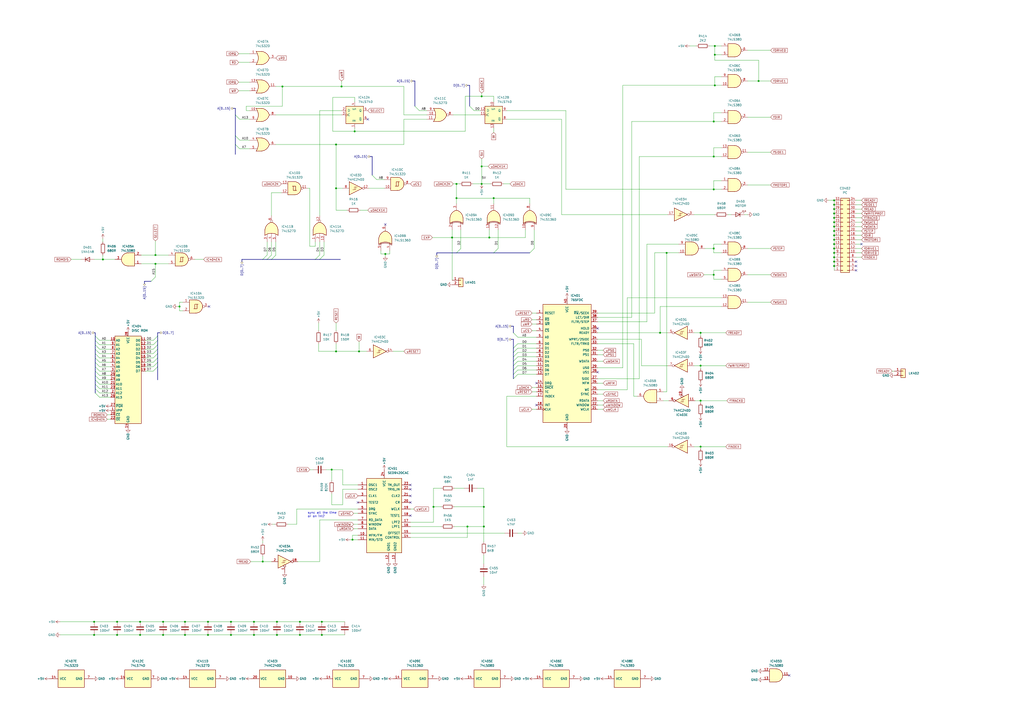
<source format=kicad_sch>
(kicad_sch (version 20230121) (generator eeschema)
  (paper "A2")
  (junction (at 280.67 305.435))
  (junction (at 271.145 305.435))
  (junction (at 133.985 360.68))
  (junction (at 94.615 360.68))
  (junction (at 94.615 368.3))
  (junction (at 186.69 360.68))
  (junction (at 286.385 114.935))
  (junction (at 160.655 360.68))
  (junction (at 414.02 109.855))
  (junction (at 382.905 193.04))
  (junction (at 483.87 128.905))
  (junction (at 406.4 193.04))
  (junction (at 194.945 109.22))
  (junction (at 414.655 31.75))
  (junction (at 104.14 177.8))
  (junction (at 120.65 360.68))
  (junction (at 264.795 106.68))
  (junction (at 192.405 272.415))
  (junction (at 152.4 325.755))
  (junction (at 483.87 126.365))
  (junction (at 483.87 154.305))
  (junction (at 483.87 144.145))
  (junction (at 406.4 232.41))
  (junction (at 406.4 259.08))
  (junction (at 251.46 294.005))
  (junction (at 483.87 139.065))
  (junction (at 90.17 153.035))
  (junction (at 440.055 46.99))
  (junction (at 483.87 146.685))
  (junction (at 414.02 159.385))
  (junction (at 483.87 136.525))
  (junction (at 483.87 141.605))
  (junction (at 67.945 360.68))
  (junction (at 414.02 70.485))
  (junction (at 483.87 123.825))
  (junction (at 406.4 212.09))
  (junction (at 204.47 313.055))
  (junction (at 280.67 294.005))
  (junction (at 194.945 203.835))
  (junction (at 173.99 368.3))
  (junction (at 483.87 116.205))
  (junction (at 483.87 121.285))
  (junction (at 483.87 133.985))
  (junction (at 186.69 368.3))
  (junction (at 120.65 368.3))
  (junction (at 81.28 360.68))
  (junction (at 90.17 147.955))
  (junction (at 54.61 360.68))
  (junction (at 160.655 368.3))
  (junction (at 163.83 50.165))
  (junction (at 262.255 137.795))
  (junction (at 483.87 149.225))
  (junction (at 107.315 360.68))
  (junction (at 279.4 106.68))
  (junction (at 414.655 49.53))
  (junction (at 483.87 131.445))
  (junction (at 205.74 76.2))
  (junction (at 386.715 146.685))
  (junction (at 223.52 147.32))
  (junction (at 483.87 151.765))
  (junction (at 279.4 55.88))
  (junction (at 279.4 96.52))
  (junction (at 483.87 118.745))
  (junction (at 133.985 368.3))
  (junction (at 147.32 360.68))
  (junction (at 81.28 368.3))
  (junction (at 414.02 90.805))
  (junction (at 107.315 368.3))
  (junction (at 198.12 50.165))
  (junction (at 173.99 360.68))
  (junction (at 414.02 144.145))
  (junction (at 283.845 137.795))
  (junction (at 264.795 114.935))
  (junction (at 414.655 26.67))
  (junction (at 54.61 368.3))
  (junction (at 147.32 368.3))
  (junction (at 208.28 203.835))
  (junction (at 67.945 368.3))
  (junction (at 59.69 150.495))
  (junction (at 194.945 83.82))
  (no_connect (at 207.645 291.465))
  (no_connect (at 223.52 130.175))
  (no_connect (at 238.125 283.845))
  (no_connect (at 311.15 234.95))
  (no_connect (at 238.125 291.465))
  (no_connect (at 496.57 151.765))
  (no_connect (at 346.71 215.9))
  (no_connect (at 346.71 190.5))
  (no_connect (at 213.36 69.215))
  (no_connect (at 457.835 391.795))
  (no_connect (at 238.125 281.305))
  (no_connect (at 238.125 287.655))
  (no_connect (at 238.125 299.085))
  (no_connect (at 499.745 141.605))
  (no_connect (at 121.285 177.8))
  (no_connect (at 311.15 222.25))
  (no_connect (at 496.57 154.305))
  (no_connect (at 496.57 156.845))
  (bus_entry (at 88.9 200.025) (size 2.54 -2.54))
  (bus_entry (at 88.9 212.725) (size 2.54 -2.54))
  (bus_entry (at 88.9 205.105) (size 2.54 -2.54))
  (bus_entry (at 297.815 214.63) (size 2.54 -2.54))
  (bus_entry (at 286.385 146.685) (size 2.54 -2.54))
  (bus_entry (at 297.815 219.71) (size 2.54 -2.54))
  (bus_entry (at 297.815 217.17) (size 2.54 -2.54))
  (bus_entry (at 272.415 61.595) (size 2.54 2.54))
  (bus_entry (at 87.63 163.195) (size 2.54 -2.54))
  (bus_entry (at 55.245 207.645) (size 2.54 2.54))
  (bus_entry (at 264.795 146.685) (size 2.54 -2.54))
  (bus_entry (at 55.245 215.265) (size 2.54 2.54))
  (bus_entry (at 88.9 207.645) (size 2.54 -2.54))
  (bus_entry (at 136.525 66.675) (size 2.54 2.54))
  (bus_entry (at 88.9 202.565) (size 2.54 -2.54))
  (bus_entry (at 297.815 204.47) (size 2.54 -2.54))
  (bus_entry (at 297.815 201.93) (size 2.54 -2.54))
  (bus_entry (at 55.245 220.345) (size 2.54 2.54))
  (bus_entry (at 240.665 61.595) (size 2.54 2.54))
  (bus_entry (at 182.88 150.495) (size 2.54 -2.54))
  (bus_entry (at 55.245 194.945) (size 2.54 2.54))
  (bus_entry (at 55.245 227.965) (size 2.54 2.54))
  (bus_entry (at 88.9 210.185) (size 2.54 -2.54))
  (bus_entry (at 88.9 197.485) (size 2.54 -2.54))
  (bus_entry (at 55.245 200.025) (size 2.54 2.54))
  (bus_entry (at 157.48 150.495) (size 2.54 -2.54))
  (bus_entry (at 307.34 146.685) (size 2.54 -2.54))
  (bus_entry (at 136.525 78.74) (size 2.54 2.54))
  (bus_entry (at 152.4 150.495) (size 2.54 -2.54))
  (bus_entry (at 88.9 215.265) (size 2.54 -2.54))
  (bus_entry (at 297.815 193.04) (size 2.54 2.54))
  (bus_entry (at 215.9 101.6) (size 2.54 2.54))
  (bus_entry (at 55.245 222.885) (size 2.54 2.54))
  (bus_entry (at 55.245 210.185) (size 2.54 2.54))
  (bus_entry (at 297.815 212.09) (size 2.54 -2.54))
  (bus_entry (at 55.245 202.565) (size 2.54 2.54))
  (bus_entry (at 297.815 209.55) (size 2.54 -2.54))
  (bus_entry (at 55.245 205.105) (size 2.54 2.54))
  (bus_entry (at 55.245 225.425) (size 2.54 2.54))
  (bus_entry (at 154.94 150.495) (size 2.54 -2.54))
  (bus_entry (at 185.42 150.495) (size 2.54 -2.54))
  (bus_entry (at 136.525 83.82) (size 2.54 2.54))
  (bus_entry (at 297.815 207.01) (size 2.54 -2.54))
  (bus_entry (at 55.245 197.485) (size 2.54 2.54))
  (bus_entry (at 55.245 212.725) (size 2.54 2.54))
  (bus_entry (at 55.245 217.805) (size 2.54 2.54))
  (wire (pts (xy 499.745 141.605) (xy 496.57 141.605)))
  (wire (pts (xy 499.745 149.225) (xy 496.57 149.225)))
  (wire (pts (xy 238.125 302.895) (xy 251.46 302.895)))
  (wire (pts (xy 147.32 360.68) (xy 160.655 360.68)))
  (wire (pts (xy 179.705 109.22) (xy 179.705 142.875)))
  (wire (pts (xy 414.02 156.845) (xy 418.465 156.845)))
  (bus (pts (xy 240.665 46.99) (xy 240.665 61.595)))
  (wire (pts (xy 107.315 368.3) (xy 120.65 368.3)))
  (wire (pts (xy 152.4 325.755) (xy 145.415 325.755)))
  (wire (pts (xy 308.61 224.79) (xy 311.15 224.79)))
  (wire (pts (xy 198.755 281.305) (xy 198.755 272.415)))
  (wire (pts (xy 406.4 232.41) (xy 406.4 233.68)))
  (wire (pts (xy 178.435 109.22) (xy 179.705 109.22)))
  (wire (pts (xy 263.525 305.435) (xy 271.145 305.435)))
  (wire (pts (xy 483.87 128.905) (xy 483.87 126.365)))
  (bus (pts (xy 55.245 215.265) (xy 55.245 217.805)))
  (wire (pts (xy 133.985 368.3) (xy 147.32 368.3)))
  (wire (pts (xy 185.42 301.625) (xy 185.42 325.755)))
  (wire (pts (xy 294.005 69.215) (xy 325.755 69.215)))
  (wire (pts (xy 173.99 360.68) (xy 186.69 360.68)))
  (wire (pts (xy 204.47 310.515) (xy 204.47 313.055)))
  (bus (pts (xy 297.815 201.93) (xy 297.815 204.47)))
  (wire (pts (xy 113.03 150.495) (xy 118.11 150.495)))
  (wire (pts (xy 234.315 83.82) (xy 234.315 69.215)))
  (wire (pts (xy 499.745 131.445) (xy 496.57 131.445)))
  (wire (pts (xy 207.645 295.275) (xy 172.085 295.275)))
  (bus (pts (xy 271.145 49.53) (xy 272.415 49.53)))
  (bus (pts (xy 55.245 225.425) (xy 55.245 227.965)))
  (wire (pts (xy 280.67 305.435) (xy 280.67 314.325)))
  (wire (pts (xy 499.745 123.825) (xy 496.57 123.825)))
  (wire (pts (xy 139.065 86.36) (xy 144.78 86.36)))
  (wire (pts (xy 483.87 126.365) (xy 483.87 123.825)))
  (wire (pts (xy 172.085 295.275) (xy 172.085 304.165)))
  (wire (pts (xy 226.06 145.415) (xy 226.06 147.32)))
  (wire (pts (xy 187.96 140.335) (xy 187.96 147.955)))
  (wire (pts (xy 138.43 47.625) (xy 144.78 47.625)))
  (wire (pts (xy 499.745 121.285) (xy 496.57 121.285)))
  (bus (pts (xy 297.815 207.01) (xy 297.815 209.55)))
  (wire (pts (xy 300.355 207.01) (xy 311.15 207.01)))
  (wire (pts (xy 172.085 304.165) (xy 167.005 304.165)))
  (wire (pts (xy 223.52 148.59) (xy 223.52 147.32)))
  (wire (pts (xy 234.315 50.165) (xy 234.315 66.675)))
  (wire (pts (xy 346.71 209.55) (xy 349.885 209.55)))
  (wire (pts (xy 160.02 66.675) (xy 198.12 66.675)))
  (wire (pts (xy 193.04 56.515) (xy 193.04 76.2)))
  (bus (pts (xy 91.44 212.725) (xy 91.44 220.345)))
  (wire (pts (xy 387.35 259.08) (xy 294.005 259.08)))
  (wire (pts (xy 379.73 146.685) (xy 386.715 146.685)))
  (bus (pts (xy 185.42 150.495) (xy 197.485 150.495)))
  (wire (pts (xy 57.785 197.485) (xy 64.135 197.485)))
  (bus (pts (xy 55.245 202.565) (xy 55.245 205.105)))
  (bus (pts (xy 157.48 150.495) (xy 182.88 150.495)))
  (wire (pts (xy 433.705 29.21) (xy 447.04 29.21)))
  (wire (pts (xy 300.355 201.93) (xy 311.15 201.93)))
  (wire (pts (xy 304.8 133.35) (xy 304.8 137.795)))
  (bus (pts (xy 55.245 200.025) (xy 55.245 202.565)))
  (wire (pts (xy 346.71 186.69) (xy 375.285 186.69)))
  (wire (pts (xy 207.645 310.515) (xy 204.47 310.515)))
  (wire (pts (xy 280.67 321.945) (xy 280.67 327.025)))
  (wire (pts (xy 57.785 217.805) (xy 64.135 217.805)))
  (wire (pts (xy 421.005 259.08) (xy 406.4 259.08)))
  (wire (pts (xy 234.315 69.215) (xy 247.65 69.215)))
  (wire (pts (xy 308.61 227.33) (xy 311.15 227.33)))
  (wire (pts (xy 67.945 368.3) (xy 81.28 368.3)))
  (wire (pts (xy 57.785 222.885) (xy 64.135 222.885)))
  (wire (pts (xy 57.785 210.185) (xy 64.135 210.185)))
  (wire (pts (xy 433.705 88.265) (xy 447.04 88.265)))
  (wire (pts (xy 234.315 66.675) (xy 247.65 66.675)))
  (wire (pts (xy 262.89 66.675) (xy 278.765 66.675)))
  (wire (pts (xy 406.4 193.04) (xy 402.59 193.04)))
  (wire (pts (xy 406.4 212.09) (xy 406.4 213.995)))
  (wire (pts (xy 57.785 227.965) (xy 64.135 227.965)))
  (bus (pts (xy 297.815 214.63) (xy 297.815 217.17)))
  (bus (pts (xy 83.82 164.465) (xy 83.82 163.195)))
  (wire (pts (xy 207.645 283.845) (xy 198.755 283.845)))
  (wire (pts (xy 139.065 69.215) (xy 144.78 69.215)))
  (bus (pts (xy 136.525 62.865) (xy 136.525 66.675)))
  (wire (pts (xy 57.785 215.265) (xy 64.135 215.265)))
  (wire (pts (xy 372.11 212.09) (xy 372.11 196.85)))
  (wire (pts (xy 198.755 283.845) (xy 198.755 292.735)))
  (wire (pts (xy 213.995 109.22) (xy 222.885 109.22)))
  (wire (pts (xy 279.4 106.68) (xy 284.48 106.68)))
  (wire (pts (xy 433.705 107.315) (xy 447.04 107.315)))
  (wire (pts (xy 370.84 219.71) (xy 370.84 90.805)))
  (wire (pts (xy 483.87 116.205) (xy 480.695 116.205)))
  (wire (pts (xy 382.905 177.8) (xy 382.905 193.04)))
  (wire (pts (xy 361.315 49.53) (xy 414.655 49.53)))
  (wire (pts (xy 194.945 203.835) (xy 208.28 203.835)))
  (wire (pts (xy 325.755 69.215) (xy 325.755 124.46)))
  (wire (pts (xy 286.385 55.88) (xy 286.385 59.055)))
  (wire (pts (xy 483.87 156.845) (xy 483.87 154.305)))
  (wire (pts (xy 186.69 360.68) (xy 200.025 360.68)))
  (wire (pts (xy 94.615 360.68) (xy 107.315 360.68)))
  (bus (pts (xy 91.44 205.105) (xy 91.44 207.645)))
  (wire (pts (xy 104.14 175.26) (xy 106.045 175.26)))
  (wire (pts (xy 238.125 295.275) (xy 240.03 295.275)))
  (wire (pts (xy 154.94 140.335) (xy 154.94 147.955)))
  (wire (pts (xy 264.795 106.68) (xy 266.7 106.68)))
  (wire (pts (xy 192.405 272.415) (xy 198.755 272.415)))
  (wire (pts (xy 414.02 65.405) (xy 418.465 65.405)))
  (wire (pts (xy 386.715 146.685) (xy 393.7 146.685)))
  (wire (pts (xy 308.61 237.49) (xy 311.15 237.49)))
  (wire (pts (xy 264.795 114.935) (xy 264.795 118.11)))
  (wire (pts (xy 59.69 147.955) (xy 59.69 150.495)))
  (wire (pts (xy 418.465 85.725) (xy 414.02 85.725)))
  (wire (pts (xy 414.02 109.855) (xy 414.02 104.775)))
  (wire (pts (xy 189.23 272.415) (xy 192.405 272.415)))
  (wire (pts (xy 34.925 368.3) (xy 54.61 368.3)))
  (bus (pts (xy 83.82 163.195) (xy 87.63 163.195)))
  (wire (pts (xy 84.455 207.645) (xy 88.9 207.645)))
  (wire (pts (xy 363.855 172.72) (xy 418.465 172.72)))
  (wire (pts (xy 226.06 147.32) (xy 223.52 147.32)))
  (wire (pts (xy 375.285 186.69) (xy 375.285 141.605)))
  (wire (pts (xy 346.71 228.6) (xy 349.885 228.6)))
  (wire (pts (xy 346.71 237.49) (xy 349.885 237.49)))
  (wire (pts (xy 499.745 118.745) (xy 496.57 118.745)))
  (wire (pts (xy 194.945 109.22) (xy 194.945 83.82)))
  (wire (pts (xy 346.71 226.06) (xy 363.855 226.06)))
  (wire (pts (xy 223.52 147.32) (xy 220.98 147.32)))
  (wire (pts (xy 186.69 368.3) (xy 200.025 368.3)))
  (wire (pts (xy 361.315 213.36) (xy 361.315 49.53)))
  (wire (pts (xy 421.005 212.09) (xy 406.4 212.09)))
  (wire (pts (xy 90.17 153.035) (xy 97.79 153.035)))
  (wire (pts (xy 269.875 55.88) (xy 279.4 55.88)))
  (wire (pts (xy 267.335 133.35) (xy 267.335 144.145)))
  (wire (pts (xy 107.315 360.68) (xy 120.65 360.68)))
  (wire (pts (xy 160.02 140.335) (xy 160.02 147.955)))
  (wire (pts (xy 408.305 159.385) (xy 414.02 159.385)))
  (wire (pts (xy 325.755 124.46) (xy 387.35 124.46)))
  (wire (pts (xy 414.655 49.53) (xy 418.465 49.53)))
  (wire (pts (xy 57.785 207.645) (xy 64.135 207.645)))
  (wire (pts (xy 300.355 309.245) (xy 302.895 309.245)))
  (wire (pts (xy 308.61 181.61) (xy 311.15 181.61)))
  (bus (pts (xy 297.815 189.23) (xy 297.815 193.04)))
  (wire (pts (xy 81.915 153.035) (xy 90.17 153.035)))
  (wire (pts (xy 279.4 96.52) (xy 279.4 106.68)))
  (wire (pts (xy 483.87 149.225) (xy 483.87 146.685)))
  (wire (pts (xy 402.59 124.46) (xy 414.655 124.46)))
  (wire (pts (xy 286.385 114.935) (xy 286.385 118.11)))
  (wire (pts (xy 152.4 325.755) (xy 152.4 322.58)))
  (wire (pts (xy 271.145 311.785) (xy 271.145 305.435)))
  (wire (pts (xy 81.28 360.68) (xy 94.615 360.68)))
  (wire (pts (xy 283.845 137.795) (xy 304.8 137.795)))
  (wire (pts (xy 483.87 146.685) (xy 483.87 144.145)))
  (wire (pts (xy 120.65 368.3) (xy 133.985 368.3)))
  (wire (pts (xy 184.785 187.325) (xy 184.785 191.77)))
  (wire (pts (xy 163.83 61.595) (xy 163.83 50.165)))
  (wire (pts (xy 294.005 229.87) (xy 311.15 229.87)))
  (wire (pts (xy 499.745 116.205) (xy 496.57 116.205)))
  (wire (pts (xy 421.64 232.41) (xy 406.4 232.41)))
  (wire (pts (xy 194.945 109.22) (xy 198.755 109.22)))
  (wire (pts (xy 185.42 64.135) (xy 185.42 125.095)))
  (bus (pts (xy 253.365 146.685) (xy 264.795 146.685)))
  (wire (pts (xy 346.71 222.25) (xy 349.885 222.25)))
  (wire (pts (xy 173.99 368.3) (xy 186.69 368.3)))
  (wire (pts (xy 207.645 301.625) (xy 185.42 301.625)))
  (wire (pts (xy 346.71 205.74) (xy 349.885 205.74)))
  (wire (pts (xy 300.355 195.58) (xy 311.15 195.58)))
  (bus (pts (xy 297.815 212.09) (xy 297.815 214.63)))
  (wire (pts (xy 208.28 203.835) (xy 212.725 203.835)))
  (bus (pts (xy 55.245 212.725) (xy 55.245 215.265)))
  (wire (pts (xy 198.12 64.135) (xy 185.42 64.135)))
  (wire (pts (xy 133.985 360.68) (xy 147.32 360.68)))
  (wire (pts (xy 483.87 131.445) (xy 483.87 128.905)))
  (wire (pts (xy 421.005 193.04) (xy 406.4 193.04)))
  (wire (pts (xy 286.385 114.935) (xy 264.795 114.935)))
  (bus (pts (xy 135.255 62.865) (xy 136.525 62.865)))
  (wire (pts (xy 54.61 368.3) (xy 67.945 368.3)))
  (wire (pts (xy 194.945 199.39) (xy 194.945 203.835)))
  (wire (pts (xy 386.715 146.685) (xy 386.715 227.33)))
  (wire (pts (xy 243.205 64.135) (xy 247.65 64.135)))
  (wire (pts (xy 414.02 90.805) (xy 418.465 90.805)))
  (wire (pts (xy 279.4 96.52) (xy 283.21 96.52)))
  (bus (pts (xy 55.245 207.645) (xy 55.245 210.185)))
  (wire (pts (xy 182.88 140.335) (xy 182.88 142.875)))
  (wire (pts (xy 414.02 146.685) (xy 414.02 144.145)))
  (wire (pts (xy 184.785 199.39) (xy 184.785 203.835)))
  (bus (pts (xy 92.71 193.04) (xy 91.44 193.04)))
  (wire (pts (xy 262.255 133.35) (xy 262.255 137.795)))
  (wire (pts (xy 328.295 109.855) (xy 414.02 109.855)))
  (wire (pts (xy 251.46 302.895) (xy 251.46 294.005)))
  (wire (pts (xy 418.465 109.855) (xy 414.02 109.855)))
  (wire (pts (xy 142.875 64.135) (xy 142.875 61.595)))
  (wire (pts (xy 483.87 144.145) (xy 483.87 141.605)))
  (wire (pts (xy 440.055 46.99) (xy 447.04 46.99)))
  (bus (pts (xy 55.245 222.885) (xy 55.245 225.425)))
  (wire (pts (xy 104.14 177.8) (xy 104.14 175.26)))
  (wire (pts (xy 57.785 220.345) (xy 64.135 220.345)))
  (wire (pts (xy 418.465 177.8) (xy 382.905 177.8)))
  (wire (pts (xy 300.355 212.09) (xy 311.15 212.09)))
  (bus (pts (xy 54.61 193.04) (xy 55.245 193.04)))
  (wire (pts (xy 90.17 147.955) (xy 97.79 147.955)))
  (wire (pts (xy 328.295 64.135) (xy 294.005 64.135)))
  (wire (pts (xy 274.955 64.135) (xy 278.765 64.135)))
  (wire (pts (xy 198.12 50.165) (xy 234.315 50.165)))
  (wire (pts (xy 193.04 76.2) (xy 205.74 76.2)))
  (wire (pts (xy 387.35 212.09) (xy 372.11 212.09)))
  (wire (pts (xy 499.745 136.525) (xy 496.57 136.525)))
  (wire (pts (xy 104.14 180.34) (xy 104.14 177.8)))
  (wire (pts (xy 205.105 297.815) (xy 207.645 297.815)))
  (wire (pts (xy 300.355 204.47) (xy 311.15 204.47)))
  (wire (pts (xy 271.145 305.435) (xy 280.67 305.435)))
  (wire (pts (xy 57.785 225.425) (xy 64.135 225.425)))
  (bus (pts (xy 55.245 193.04) (xy 55.245 194.945)))
  (wire (pts (xy 483.87 136.525) (xy 483.87 133.985)))
  (wire (pts (xy 370.84 90.805) (xy 414.02 90.805)))
  (wire (pts (xy 139.065 81.28) (xy 144.78 81.28)))
  (bus (pts (xy 136.525 78.74) (xy 136.525 83.82)))
  (wire (pts (xy 163.83 50.165) (xy 198.12 50.165)))
  (wire (pts (xy 418.465 146.685) (xy 414.02 146.685)))
  (wire (pts (xy 263.525 294.005) (xy 280.67 294.005)))
  (wire (pts (xy 307.34 114.935) (xy 286.385 114.935)))
  (wire (pts (xy 90.17 139.7) (xy 90.17 147.955)))
  (wire (pts (xy 204.47 313.055) (xy 207.645 313.055)))
  (wire (pts (xy 238.125 309.245) (xy 292.735 309.245)))
  (wire (pts (xy 194.945 187.325) (xy 194.945 191.77)))
  (wire (pts (xy 102.87 177.8) (xy 104.14 177.8)))
  (bus (pts (xy 140.335 150.495) (xy 152.4 150.495)))
  (bus (pts (xy 140.335 151.765) (xy 140.335 150.495)))
  (wire (pts (xy 62.23 240.665) (xy 64.135 240.665)))
  (wire (pts (xy 433.705 46.99) (xy 440.055 46.99)))
  (bus (pts (xy 296.545 189.23) (xy 297.815 189.23)))
  (bus (pts (xy 152.4 150.495) (xy 154.94 150.495)))
  (wire (pts (xy 418.465 44.45) (xy 414.655 44.45)))
  (wire (pts (xy 57.785 205.105) (xy 64.135 205.105)))
  (wire (pts (xy 194.945 121.92) (xy 194.945 109.22)))
  (wire (pts (xy 157.48 125.095) (xy 157.48 111.76)))
  (wire (pts (xy 440.055 34.925) (xy 440.055 46.99)))
  (wire (pts (xy 346.71 234.95) (xy 349.885 234.95)))
  (wire (pts (xy 81.915 147.955) (xy 90.17 147.955)))
  (wire (pts (xy 106.045 180.34) (xy 104.14 180.34)))
  (bus (pts (xy 182.88 150.495) (xy 185.42 150.495)))
  (wire (pts (xy 280.67 294.005) (xy 280.67 305.435)))
  (bus (pts (xy 91.44 194.945) (xy 91.44 197.485)))
  (wire (pts (xy 238.125 311.785) (xy 271.145 311.785)))
  (wire (pts (xy 238.125 305.435) (xy 255.905 305.435)))
  (wire (pts (xy 346.71 232.41) (xy 349.885 232.41)))
  (wire (pts (xy 81.28 368.3) (xy 94.615 368.3)))
  (wire (pts (xy 406.4 259.08) (xy 402.59 259.08)))
  (wire (pts (xy 414.655 31.75) (xy 414.655 26.67)))
  (wire (pts (xy 483.87 139.065) (xy 483.87 136.525)))
  (bus (pts (xy 215.9 90.805) (xy 215.9 101.6)))
  (wire (pts (xy 414.655 34.925) (xy 440.055 34.925)))
  (wire (pts (xy 84.455 205.105) (xy 88.9 205.105)))
  (wire (pts (xy 418.465 161.925) (xy 414.02 161.925)))
  (wire (pts (xy 483.87 123.825) (xy 483.87 121.285)))
  (wire (pts (xy 157.48 325.755) (xy 152.4 325.755)))
  (wire (pts (xy 194.945 83.82) (xy 234.315 83.82)))
  (wire (pts (xy 384.81 227.33) (xy 386.715 227.33)))
  (wire (pts (xy 418.465 70.485) (xy 414.02 70.485)))
  (bus (pts (xy 55.245 217.805) (xy 55.245 220.345)))
  (wire (pts (xy 205.74 56.515) (xy 193.04 56.515)))
  (wire (pts (xy 120.65 360.68) (xy 133.985 360.68)))
  (bus (pts (xy 253.365 147.955) (xy 253.365 146.685)))
  (wire (pts (xy 262.255 137.795) (xy 262.255 162.56)))
  (wire (pts (xy 379.73 181.61) (xy 379.73 146.685)))
  (wire (pts (xy 433.705 67.945) (xy 447.04 67.945)))
  (wire (pts (xy 138.43 52.705) (xy 144.78 52.705)))
  (wire (pts (xy 363.855 226.06) (xy 363.855 172.72)))
  (wire (pts (xy 288.925 133.35) (xy 288.925 144.145)))
  (bus (pts (xy 264.795 146.685) (xy 286.385 146.685)))
  (wire (pts (xy 308.61 191.77) (xy 311.15 191.77)))
  (wire (pts (xy 414.02 161.925) (xy 414.02 159.385)))
  (wire (pts (xy 84.455 210.185) (xy 88.9 210.185)))
  (wire (pts (xy 300.355 217.17) (xy 311.15 217.17)))
  (wire (pts (xy 142.875 61.595) (xy 163.83 61.595)))
  (wire (pts (xy 172.72 325.755) (xy 185.42 325.755)))
  (wire (pts (xy 414.02 104.775) (xy 418.465 104.775)))
  (wire (pts (xy 431.8 124.46) (xy 433.705 124.46)))
  (wire (pts (xy 218.44 104.14) (xy 222.885 104.14)))
  (wire (pts (xy 84.455 200.025) (xy 88.9 200.025)))
  (wire (pts (xy 418.465 31.75) (xy 414.655 31.75)))
  (wire (pts (xy 408.94 144.145) (xy 414.02 144.145)))
  (wire (pts (xy 280.67 283.21) (xy 280.67 294.005)))
  (wire (pts (xy 251.46 283.21) (xy 255.905 283.21)))
  (wire (pts (xy 411.48 26.67) (xy 414.655 26.67)))
  (bus (pts (xy 297.815 209.55) (xy 297.815 212.09)))
  (wire (pts (xy 57.785 200.025) (xy 64.135 200.025)))
  (wire (pts (xy 54.61 150.495) (xy 59.69 150.495)))
  (wire (pts (xy 384.81 232.41) (xy 387.985 232.41)))
  (wire (pts (xy 414.655 26.67) (xy 418.465 26.67)))
  (bus (pts (xy 91.44 193.04) (xy 91.44 194.945)))
  (bus (pts (xy 297.815 196.85) (xy 297.815 201.93)))
  (wire (pts (xy 57.785 202.565) (xy 64.135 202.565)))
  (wire (pts (xy 59.69 138.43) (xy 59.69 140.335)))
  (wire (pts (xy 366.395 184.15) (xy 366.395 70.485)))
  (wire (pts (xy 406.4 193.04) (xy 406.4 194.945)))
  (bus (pts (xy 55.245 197.485) (xy 55.245 200.025)))
  (wire (pts (xy 346.71 219.71) (xy 370.84 219.71)))
  (wire (pts (xy 160.655 368.3) (xy 173.99 368.3)))
  (wire (pts (xy 414.655 44.45) (xy 414.655 49.53)))
  (wire (pts (xy 414.02 141.605) (xy 418.465 141.605)))
  (bus (pts (xy 154.94 150.495) (xy 157.48 150.495)))
  (wire (pts (xy 179.705 142.875) (xy 182.88 142.875)))
  (wire (pts (xy 184.785 203.835) (xy 194.945 203.835)))
  (wire (pts (xy 157.48 140.335) (xy 157.48 147.955)))
  (wire (pts (xy 406.4 212.09) (xy 402.59 212.09)))
  (bus (pts (xy 91.44 200.025) (xy 91.44 202.565)))
  (wire (pts (xy 138.43 36.195) (xy 144.78 36.195)))
  (wire (pts (xy 300.355 214.63) (xy 311.15 214.63)))
  (wire (pts (xy 414.02 159.385) (xy 414.02 156.845)))
  (wire (pts (xy 292.1 106.68) (xy 295.91 106.68)))
  (wire (pts (xy 203.2 313.055) (xy 204.47 313.055)))
  (wire (pts (xy 346.71 203.2) (xy 349.885 203.2)))
  (wire (pts (xy 262.89 106.68) (xy 264.795 106.68)))
  (wire (pts (xy 263.525 283.21) (xy 269.24 283.21)))
  (bus (pts (xy 296.545 196.85) (xy 297.815 196.85)))
  (wire (pts (xy 499.745 146.685) (xy 496.57 146.685)))
  (wire (pts (xy 367.665 199.39) (xy 346.71 199.39)))
  (wire (pts (xy 192.405 286.385) (xy 192.405 292.735)))
  (bus (pts (xy 286.385 146.685) (xy 307.34 146.685)))
  (wire (pts (xy 499.745 126.365) (xy 496.57 126.365)))
  (wire (pts (xy 157.48 111.76) (xy 163.195 111.76)))
  (bus (pts (xy 55.245 210.185) (xy 55.245 212.725)))
  (wire (pts (xy 309.88 133.35) (xy 309.88 144.145)))
  (bus (pts (xy 136.525 83.82) (xy 136.525 89.535)))
  (bus (pts (xy 55.245 194.945) (xy 55.245 197.485)))
  (wire (pts (xy 274.32 106.68) (xy 279.4 106.68)))
  (bus (pts (xy 297.815 217.17) (xy 297.815 219.71)))
  (wire (pts (xy 286.385 74.295) (xy 286.385 76.835)))
  (wire (pts (xy 483.87 151.765) (xy 483.87 149.225)))
  (wire (pts (xy 269.875 76.2) (xy 269.875 55.88)))
  (wire (pts (xy 414.02 85.725) (xy 414.02 90.805)))
  (wire (pts (xy 372.11 196.85) (xy 346.71 196.85)))
  (wire (pts (xy 66.675 150.495) (xy 59.69 150.495)))
  (wire (pts (xy 499.745 144.145) (xy 496.57 144.145)))
  (wire (pts (xy 422.275 124.46) (xy 424.18 124.46)))
  (wire (pts (xy 227.965 203.835) (xy 234.315 203.835)))
  (wire (pts (xy 185.42 140.335) (xy 185.42 147.955)))
  (wire (pts (xy 57.785 230.505) (xy 64.135 230.505)))
  (wire (pts (xy 205.74 74.295) (xy 205.74 76.2)))
  (wire (pts (xy 433.705 159.385) (xy 447.04 159.385)))
  (wire (pts (xy 279.4 55.88) (xy 286.385 55.88)))
  (wire (pts (xy 90.17 153.035) (xy 90.17 160.655)))
  (wire (pts (xy 483.87 121.285) (xy 483.87 118.745)))
  (wire (pts (xy 67.945 360.68) (xy 81.28 360.68)))
  (wire (pts (xy 57.785 212.725) (xy 64.135 212.725)))
  (wire (pts (xy 94.615 368.3) (xy 107.315 368.3)))
  (wire (pts (xy 366.395 70.485) (xy 414.02 70.485)))
  (wire (pts (xy 84.455 212.725) (xy 88.9 212.725)))
  (wire (pts (xy 220.98 147.32) (xy 220.98 145.415)))
  (wire (pts (xy 279.4 53.975) (xy 279.4 55.88)))
  (wire (pts (xy 294.005 259.08) (xy 294.005 229.87)))
  (wire (pts (xy 406.4 259.08) (xy 406.4 260.35)))
  (wire (pts (xy 192.405 292.735) (xy 198.755 292.735)))
  (wire (pts (xy 499.745 128.905) (xy 496.57 128.905)))
  (wire (pts (xy 346.71 193.04) (xy 382.905 193.04)))
  (bus (pts (xy 55.245 205.105) (xy 55.245 207.645)))
  (wire (pts (xy 483.87 141.605) (xy 483.87 139.065)))
  (bus (pts (xy 91.44 207.645) (xy 91.44 210.185)))
  (wire (pts (xy 205.105 304.165) (xy 207.645 304.165)))
  (wire (pts (xy 300.355 209.55) (xy 311.15 209.55)))
  (wire (pts (xy 250.825 137.795) (xy 262.255 137.795)))
  (wire (pts (xy 160.655 360.68) (xy 173.99 360.68)))
  (bus (pts (xy 239.395 46.99) (xy 240.665 46.99)))
  (wire (pts (xy 346.71 181.61) (xy 379.73 181.61)))
  (wire (pts (xy 144.78 64.135) (xy 142.875 64.135)))
  (wire (pts (xy 300.355 199.39) (xy 311.15 199.39)))
  (wire (pts (xy 181.61 272.415) (xy 179.705 272.415)))
  (bus (pts (xy 136.525 66.675) (xy 136.525 78.74)))
  (wire (pts (xy 138.43 31.115) (xy 144.78 31.115)))
  (wire (pts (xy 147.32 368.3) (xy 160.655 368.3)))
  (bus (pts (xy 297.815 204.47) (xy 297.815 207.01)))
  (wire (pts (xy 198.12 46.99) (xy 198.12 50.165)))
  (wire (pts (xy 483.87 118.745) (xy 483.87 116.205)))
  (wire (pts (xy 406.4 232.41) (xy 403.225 232.41)))
  (wire (pts (xy 283.845 133.35) (xy 283.845 137.795)))
  (wire (pts (xy 264.795 106.68) (xy 264.795 114.935)))
  (wire (pts (xy 201.295 121.92) (xy 194.945 121.92)))
  (wire (pts (xy 369.57 229.87) (xy 367.665 229.87)))
  (wire (pts (xy 208.28 198.12) (xy 208.28 203.835)))
  (wire (pts (xy 414.02 144.145) (xy 414.02 141.605)))
  (wire (pts (xy 367.665 229.87) (xy 367.665 199.39)))
  (wire (pts (xy 84.455 202.565) (xy 88.9 202.565)))
  (wire (pts (xy 208.915 121.92) (xy 213.36 121.92)))
  (wire (pts (xy 433.705 175.26) (xy 447.04 175.26)))
  (wire (pts (xy 205.74 59.055) (xy 205.74 56.515)))
  (bus (pts (xy 91.44 197.485) (xy 91.44 200.025)))
  (wire (pts (xy 41.275 150.495) (xy 46.99 150.495)))
  (bus (pts (xy 55.245 220.345) (xy 55.245 222.885)))
  (wire (pts (xy 158.115 304.165) (xy 159.385 304.165)))
  (wire (pts (xy 308.61 185.42) (xy 311.15 185.42)))
  (bus (pts (xy 91.44 202.565) (xy 91.44 205.105)))
  (wire (pts (xy 483.87 133.985) (xy 483.87 131.445)))
  (wire (pts (xy 414.02 70.485) (xy 414.02 65.405)))
  (wire (pts (xy 375.285 141.605) (xy 393.7 141.605)))
  (wire (pts (xy 517.525 215.265) (xy 518.795 215.265)))
  (wire (pts (xy 205.74 76.2) (xy 269.875 76.2)))
  (bus (pts (xy 91.44 210.185) (xy 91.44 212.725)))
  (wire (pts (xy 160.02 83.82) (xy 194.945 83.82)))
  (wire (pts (xy 262.255 137.795) (xy 283.845 137.795)))
  (wire (pts (xy 279.4 92.075) (xy 279.4 96.52)))
  (wire (pts (xy 414.655 31.75) (xy 414.655 34.925)))
  (wire (pts (xy 308.61 187.96) (xy 311.15 187.96)))
  (wire (pts (xy 433.705 144.145) (xy 447.04 144.145)))
  (wire (pts (xy 62.23 243.205) (xy 64.135 243.205)))
  (wire (pts (xy 251.46 294.005) (xy 251.46 283.21)))
  (wire (pts (xy 483.87 154.305) (xy 483.87 151.765)))
  (wire (pts (xy 400.05 26.67) (xy 403.86 26.67)))
  (bus (pts (xy 272.415 49.53) (xy 272.415 61.595)))
  (wire (pts (xy 160.02 50.165) (xy 163.83 50.165)))
  (wire (pts (xy 382.905 193.04) (xy 387.35 193.04)))
  (wire (pts (xy 346.71 184.15) (xy 366.395 184.15)))
  (wire (pts (xy 499.745 139.065) (xy 496.57 139.065)))
  (bus (pts (xy 214.63 90.805) (xy 215.9 90.805)))
  (wire (pts (xy 328.295 109.855) (xy 328.295 64.135)))
  (wire (pts (xy 307.34 118.11) (xy 307.34 114.935)))
  (wire (pts (xy 280.67 334.645) (xy 280.67 339.09)))
  (wire (pts (xy 192.405 272.415) (xy 192.405 278.765)))
  (wire (pts (xy 152.4 313.69) (xy 152.4 314.96)))
  (wire (pts (xy 34.925 360.68) (xy 54.61 360.68)))
  (wire (pts (xy 54.61 360.68) (xy 67.945 360.68)))
  (wire (pts (xy 207.645 281.305) (xy 198.755 281.305)))
  (wire (pts (xy 205.105 306.705) (xy 207.645 306.705)))
  (wire (pts (xy 346.71 213.36) (xy 361.315 213.36)))
  (wire (pts (xy 251.46 294.005) (xy 255.905 294.005)))
  (wire (pts (xy 84.455 215.265) (xy 88.9 215.265)))
  (wire (pts (xy 499.745 133.985) (xy 496.57 133.985)))
  (wire (pts (xy 276.86 283.21) (xy 280.67 283.21)))
  (wire (pts (xy 84.455 197.485) (xy 88.9 197.485)))
  (text "sync all the time\nor on int?" (at 178.435 300.355 0) (effects (font (size 1.27 1.27)) (justify left bottom)))
  (label "A12" (at 59.055 227.965 0))
  (label "A10" (at 59.055 222.885 0))
  (label "D6" (at 85.09 212.725 0))
  (label "A10" (at 140.335 81.28 0))
  (label "D1" (at 288.925 142.24 90))
  (label "A0" (at 302.895 195.58 0))
  (label "D6" (at 302.895 214.63 0))
  (label "D0" (at 275.59 64.135 0))
  (label "D4" (at 85.09 207.645 0))
  (label "A15" (at 90.17 159.385 90))
  (label "A5" (at 59.055 210.185 0))
  (label "A13" (at 140.335 69.215 0))
  (label "D0" (at 85.09 197.485 0))
  (label "D0" (at 309.88 142.24 90))
  (label "D5" (at 85.09 210.185 0))
  (label "D2" (at 302.895 204.47 0))
  (label "D3" (at 187.96 146.05 90))
  (label "A1" (at 59.055 200.025 0))
  (label "D4" (at 302.895 209.55 0))
  (label "D3" (at 302.895 207.01 0))
  (label "D0" (at 302.895 199.39 0))
  (label "D1" (at 302.895 201.93 0))
  (label "D7" (at 85.09 215.265 0))
  (label "D2" (at 85.09 202.565 0))
  (label "A9" (at 59.055 220.345 0))
  (label "D5" (at 302.895 212.09 0))
  (label "A8" (at 59.055 217.805 0))
  (label "D3" (at 85.09 205.105 0))
  (label "A2" (at 59.055 202.565 0))
  (label "A0" (at 59.055 197.485 0))
  (label "5V" (at 279.4 104.14 0))
  (label "A13" (at 59.055 230.505 0))
  (label "A6" (at 59.055 212.725 0))
  (label "D5" (at 160.02 146.05 90))
  (label "A11" (at 59.055 225.425 0))
  (label "D6" (at 157.48 146.05 90))
  (label "A3" (at 59.055 205.105 0))
  (label "D7" (at 302.895 217.17 0))
  (label "A8" (at 219.71 104.14 0))
  (label "D2" (at 267.335 142.24 90))
  (label "D4" (at 185.42 146.05 90))
  (label "A4" (at 59.055 207.645 0))
  (label "A7" (at 59.055 215.265 0))
  (label "A8" (at 244.475 64.135 0))
  (label "A7" (at 140.335 86.36 0))
  (label "D7" (at 154.94 146.05 90))
  (label "D1" (at 85.09 200.025 0))
  (global_label "fTRACK0" (shape input) (at 499.745 126.365 0) (property "Intersheetrefs" "${INTERSHEET_REFS}" (effects hide)))
  (global_label "uRD" (shape input) (at 160.02 33.655 0) (property "Intersheetrefs" "${INTERSHEET_REFS}" (effects hide)))
  (global_label "fDIR" (shape input) (at 499.745 136.525 0) (property "Intersheetrefs" "${INTERSHEET_REFS}" (effects hide)))
  (global_label "fINDEX" (shape input) (at 421.005 259.08 0) (property "Intersheetrefs" "${INTERSHEET_REFS}" (effects hide)))
  (global_label "!R" (shape input) (at 286.385 76.835 270) (property "Intersheetrefs" "${INTERSHEET_REFS}" (effects hide)))
  (global_label "RESET" (shape input) (at 194.945 187.325 90) (property "Intersheetrefs" "${INTERSHEET_REFS}" (effects hide)))
  (global_label "uDACK" (shape input) (at 295.91 106.68 0) (property "Intersheetrefs" "${INTERSHEET_REFS}" (effects hide)))
  (global_label "fINDEX" (shape input) (at 499.745 149.225 0) (property "Intersheetrefs" "${INTERSHEET_REFS}" (effects hide)))
  (global_label "uCLK" (shape input) (at 207.645 287.655 180) (property "Intersheetrefs" "${INTERSHEET_REFS}" (effects hide)))
  (global_label "fTRACK0" (shape input) (at 421.64 232.41 0) (property "Intersheetrefs" "${INTERSHEET_REFS}" (effects hide)))
  (global_label "uPS0" (shape input) (at 349.885 203.2 0) (property "Intersheetrefs" "${INTERSHEET_REFS}" (effects hide)))
  (global_label "fWGATE" (shape input) (at 447.04 175.26 0) (property "Intersheetrefs" "${INTERSHEET_REFS}" (effects hide)))
  (global_label "fDRIVE0" (shape input) (at 447.04 29.21 0) (property "Intersheetrefs" "${INTERSHEET_REFS}" (effects hide)))
  (global_label "5V" (shape input) (at 279.4 92.075 90) (property "Intersheetrefs" "${INTERSHEET_REFS}" (effects hide)))
  (global_label "uRD" (shape input) (at 308.61 185.42 180) (property "Intersheetrefs" "${INTERSHEET_REFS}" (effects hide)))
  (global_label "IC404EN" (shape input) (at 62.23 243.205 180) (property "Intersheetrefs" "${INTERSHEET_REFS}" (effects hide)))
  (global_label "ROMEN" (shape input) (at 62.23 240.665 180) (property "Intersheetrefs" "${INTERSHEET_REFS}" (effects hide)))
  (global_label "fDIR" (shape input) (at 447.04 67.945 0) (property "Intersheetrefs" "${INTERSHEET_REFS}" (effects hide)))
  (global_label "fWGATE" (shape input) (at 499.745 128.905 0) (property "Intersheetrefs" "${INTERSHEET_REFS}" (effects hide)))
  (global_label "CK16" (shape input) (at 179.705 272.415 180) (property "Intersheetrefs" "${INTERSHEET_REFS}" (effects hide)))
  (global_label "uDACK" (shape input) (at 279.4 53.975 90) (property "Intersheetrefs" "${INTERSHEET_REFS}" (effects hide)))
  (global_label "uCLK" (shape input) (at 308.61 237.49 180) (property "Intersheetrefs" "${INTERSHEET_REFS}" (effects hide)))
  (global_label "uWCLK" (shape input) (at 240.03 295.275 0) (property "Intersheetrefs" "${INTERSHEET_REFS}" (effects hide)))
  (global_label "WR" (shape input) (at 138.43 52.705 180) (property "Intersheetrefs" "${INTERSHEET_REFS}" (effects hide)))
  (global_label "uDACK2K" (shape input) (at 163.195 106.68 180) (property "Intersheetrefs" "${INTERSHEET_REFS}" (effects hide)))
  (global_label "uWINDOW" (shape input) (at 349.885 234.95 0) (property "Intersheetrefs" "${INTERSHEET_REFS}" (effects hide)))
  (global_label "fDRIVE1" (shape input) (at 447.04 46.99 0) (property "Intersheetrefs" "${INTERSHEET_REFS}" (effects hide)))
  (global_label "fWRITEPROT" (shape input) (at 499.745 123.825 0) (property "Intersheetrefs" "${INTERSHEET_REFS}" (effects hide)))
  (global_label "uDACK1K" (shape input) (at 283.21 96.52 0) (property "Intersheetrefs" "${INTERSHEET_REFS}" (effects hide)))
  (global_label "IC404EN" (shape input) (at 118.11 150.495 0) (property "Intersheetrefs" "${INTERSHEET_REFS}" (effects hide)))
  (global_label "fMOTOR1" (shape input) (at 499.745 139.065 0) (property "Intersheetrefs" "${INTERSHEET_REFS}" (effects hide)))
  (global_label "fREADY" (shape input) (at 499.745 116.205 0) (property "Intersheetrefs" "${INTERSHEET_REFS}" (effects hide)))
  (global_label "fWDATA" (shape input) (at 499.745 131.445 0) (property "Intersheetrefs" "${INTERSHEET_REFS}" (effects hide)))
  (global_label "uSYNC" (shape input) (at 349.885 228.6 0) (property "Intersheetrefs" "${INTERSHEET_REFS}" (effects hide)))
  (global_label "SELECT" (shape input) (at 90.17 139.7 90) (property "Intersheetrefs" "${INTERSHEET_REFS}" (effects hide)))
  (global_label "IORQ" (shape input) (at 138.43 31.115 180) (property "Intersheetrefs" "${INTERSHEET_REFS}" (effects hide)))
  (global_label "IORQ" (shape input) (at 138.43 47.625 180) (property "Intersheetrefs" "${INTERSHEET_REFS}" (effects hide)))
  (global_label "fSTEP" (shape input) (at 447.04 144.145 0) (property "Intersheetrefs" "${INTERSHEET_REFS}" (effects hide)))
  (global_label "uWDATA" (shape input) (at 349.885 209.55 0) (property "Intersheetrefs" "${INTERSHEET_REFS}" (effects hide)))
  (global_label "uDACK2K" (shape input) (at 262.89 106.68 180) (property "Intersheetrefs" "${INTERSHEET_REFS}" (effects hide)))
  (global_label "ROMDIS" (shape input) (at 41.275 150.495 180) (property "Intersheetrefs" "${INTERSHEET_REFS}" (effects hide)))
  (global_label "uMFM" (shape input) (at 349.885 222.25 0) (property "Intersheetrefs" "${INTERSHEET_REFS}" (effects hide)))
  (global_label "uDACK1K" (shape input) (at 213.36 121.92 0) (property "Intersheetrefs" "${INTERSHEET_REFS}" (effects hide)))
  (global_label "uWINDOW" (shape input) (at 205.105 304.165 180) (property "Intersheetrefs" "${INTERSHEET_REFS}" (effects hide)))
  (global_label "EXP" (shape input) (at 250.825 137.795 180) (property "Intersheetrefs" "${INTERSHEET_REFS}" (effects hide)))
  (global_label "fREADY" (shape input) (at 421.005 193.04 0) (property "Intersheetrefs" "${INTERSHEET_REFS}" (effects hide)))
  (global_label "fDRIVE0" (shape input) (at 499.745 146.685 0) (property "Intersheetrefs" "${INTERSHEET_REFS}" (effects hide)))
  (global_label "uCS" (shape input) (at 308.61 191.77 180) (property "Intersheetrefs" "${INTERSHEET_REFS}" (effects hide)))
  (global_label "uRDATA" (shape input) (at 205.105 306.705 180) (property "Intersheetrefs" "${INTERSHEET_REFS}" (effects hide)))
  (global_label "fSIDE1" (shape input) (at 499.745 118.745 0) (property "Intersheetrefs" "${INTERSHEET_REFS}" (effects hide)))
  (global_label "uWCLK" (shape input) (at 349.885 237.49 0) (property "Intersheetrefs" "${INTERSHEET_REFS}" (effects hide)))
  (global_label "fREAD" (shape input) (at 499.745 121.285 0) (property "Intersheetrefs" "${INTERSHEET_REFS}" (effects hide)))
  (global_label "uWR" (shape input) (at 308.61 187.96 180) (property "Intersheetrefs" "${INTERSHEET_REFS}" (effects hide)))
  (global_label "fWRITEPROT" (shape input) (at 421.005 212.09 0) (property "Intersheetrefs" "${INTERSHEET_REFS}" (effects hide)))
  (global_label "SELECT" (shape input) (at 213.36 64.135 0) (property "Intersheetrefs" "${INTERSHEET_REFS}" (effects hide)))
  (global_label "!R" (shape input) (at 208.28 198.12 90) (property "Intersheetrefs" "${INTERSHEET_REFS}" (effects hide)))
  (global_label "uWR" (shape input) (at 198.12 46.99 90) (property "Intersheetrefs" "${INTERSHEET_REFS}" (effects hide)))
  (global_label "uDACK" (shape input) (at 308.61 224.79 180) (property "Intersheetrefs" "${INTERSHEET_REFS}" (effects hide)))
  (global_label "uRESET" (shape input) (at 308.61 181.61 180) (property "Intersheetrefs" "${INTERSHEET_REFS}" (effects hide)))
  (global_label "uRESET" (shape input) (at 308.61 227.33 180) (property "Intersheetrefs" "${INTERSHEET_REFS}" (effects hide)))
  (global_label "RD" (shape input) (at 138.43 36.195 180) (property "Intersheetrefs" "${INTERSHEET_REFS}" (effects hide)))
  (global_label "fSTEP" (shape input) (at 499.745 133.985 0) (property "Intersheetrefs" "${INTERSHEET_REFS}" (effects hide)))
  (global_label "fDRIVE1" (shape input) (at 499.745 144.145 0) (property "Intersheetrefs" "${INTERSHEET_REFS}" (effects hide)))
  (global_label "uSYNC" (shape input) (at 205.105 297.815 180) (property "Intersheetrefs" "${INTERSHEET_REFS}" (effects hide)))
  (global_label "uWDATA" (shape input) (at 408.305 159.385 180) (property "Intersheetrefs" "${INTERSHEET_REFS}" (effects hide)))
  (global_label "fWDATA" (shape input) (at 447.04 159.385 0) (property "Intersheetrefs" "${INTERSHEET_REFS}" (effects hide)))
  (global_label "fSIDE1" (shape input) (at 447.04 88.265 0) (property "Intersheetrefs" "${INTERSHEET_REFS}" (effects hide)))
  (global_label "uRDATA" (shape input) (at 349.885 232.41 0) (property "Intersheetrefs" "${INTERSHEET_REFS}" (effects hide)))
  (global_label "uPS1" (shape input) (at 349.885 205.74 0) (property "Intersheetrefs" "${INTERSHEET_REFS}" (effects hide)))
  (global_label "uCS" (shape input) (at 238.125 106.68 0) (property "Intersheetrefs" "${INTERSHEET_REFS}" (effects hide)))
  (global_label "fMOTOR1" (shape input) (at 447.04 107.315 0) (property "Intersheetrefs" "${INTERSHEET_REFS}" (effects hide)))
  (global_label "fREADY" (shape input) (at 517.525 215.265 180) (property "Intersheetrefs" "${INTERSHEET_REFS}" (effects hide)))
  (global_label "uRESET" (shape input) (at 234.315 203.835 0) (property "Intersheetrefs" "${INTERSHEET_REFS}" (effects hide)))
  (global_label "fREAD" (shape input) (at 145.415 325.755 180) (property "Intersheetrefs" "${INTERSHEET_REFS}" (effects hide)))
  (hierarchical_label "A[0..15]" (shape bidirectional) (at 296.545 189.23 180))
  (hierarchical_label "D[0..7]" (shape bidirectional) (at 140.335 151.765 270))
  (hierarchical_label "A[0..15]" (shape bidirectional) (at 83.82 164.465 270))
  (hierarchical_label "A[0..15]" (shape bidirectional) (at 54.61 193.04 180))
  (hierarchical_label "D[0..7]" (shape bidirectional) (at 296.545 196.85 180))
  (hierarchical_label "D[0..7]" (shape bidirectional) (at 253.365 147.955 270))
  (hierarchical_label "D[0..7]" (shape bidirectional) (at 92.71 193.04 0))
  (hierarchical_label "D[0..7]" (shape bidirectional) (at 271.145 49.53 180))
  (hierarchical_label "A[0..15]" (shape bidirectional) (at 214.63 90.805 180))
  (hierarchical_label "A[0..15]" (shape bidirectional) (at 135.255 62.865 180))
  (hierarchical_label "A[0..15]" (shape bidirectional) (at 239.395 46.99 180))
  (symbol (lib_id "Device:C") (at 185.42 272.415 270) (unit 1)
    (property "Reference" "C456" (at 185.42 266.065 90))
    (property "Value" "10nF" (at 185.42 268.605 90))
    (property "Footprint" "Capacitor_SMD:C_0805_2012Metric" (effects hide))
    (property "LCSC" "C1834" (effects hide))
  )
  (symbol (lib_id "74xx:74LS240_Split") (at 165.1 325.755 0) (unit 1)
    (property "Reference" "IC403" (at 165.1 316.865 0))
    (property "Value" "74HC240D" (at 165.1 319.405 0))
    (property "Footprint" "Package_SO:SOIC-20W_7.5x12.8mm_P1.27mm" (effects hide))
    (property "Datasheet" "http://www.ti.com/lit/ds/symlink/sn74ls240.pdf" (effects hide))
  )
  (symbol (lib_id "Device:R") (at 59.69 144.145 180) (unit 1)
    (property "Reference" "R406" (at 62.23 142.8749 0) (effects (justify right)))
    (property "Value" "680R" (at 62.23 145.4149 0) (effects (justify right)))
    (property "Footprint" "Resistor_SMD:R_0805_2012Metric" (effects hide))
  )
  (symbol (lib_id "74xx:74LS136") (at 307.34 125.73 270) (mirror x) (unit 3)
    (property "Reference" "IC409" (at 313.055 124.7647 90) (effects (justify left)))
    (property "Value" "74LS136D" (at 313.055 127.3047 90) (effects (justify left)))
    (property "Footprint" "Package_SO:SOIC-14_3.9x8.7mm_P1.27mm" (effects hide))
    (property "Datasheet" "http://www.ti.com/lit/ds/symlink/sn54ls136.pdf" (effects hide))
  )
  (symbol (lib_id "power:+5V") (at 279.4 106.68 180) (unit 1)
    (property "Reference" "#PWR0298" (effects hide))
    (property "Value" "+5V" (at 279.4 113.665 90) (effects (justify right)))
  )
  (symbol (lib_id "power:GND") (at 102.87 177.8 270) (unit 1)
    (property "Reference" "#PWR07" (effects hide))
    (property "Value" "GND" (at 95.885 177.8 90) (effects (justify left)))
  )
  (symbol (lib_id "power:+5V") (at 406.4 267.97 180) (unit 1)
    (property "Reference" "#PWR0248" (effects hide))
    (property "Value" "+5V" (at 406.4 274.955 90) (effects (justify right)))
  )
  (symbol (lib_id "Device:R") (at 280.67 318.135 0) (mirror y) (unit 1)
    (property "Reference" "R457" (at 282.575 316.8649 0) (effects (justify right)))
    (property "Value" "6K8" (at 282.575 319.4049 0) (effects (justify right)))
    (property "Footprint" "Resistor_SMD:R_0805_2012Metric" (effects hide))
  )
  (symbol (lib_id "power:GND") (at 335.28 393.7 90) (unit 1)
    (property "Reference" "#PWR0251" (effects hide))
    (property "Value" "GND" (at 342.265 393.7 90) (effects (justify left)))
  )
  (symbol (lib_id "power:GND") (at 90.17 393.7 90) (unit 1)
    (property "Reference" "#PWR0274" (effects hide))
    (property "Value" "GND" (at 97.155 393.7 90) (effects (justify left)))
  )
  (symbol (lib_id "power:GND") (at 442.595 394.335 270) (unit 1)
    (property "Reference" "#PWR0249" (effects hide))
    (property "Value" "GND" (at 435.61 394.335 90) (effects (justify left)))
  )
  (symbol (lib_id "power:+5V") (at 158.115 304.165 90) (mirror x) (unit 1)
    (property "Reference" "#PWR0268" (effects hide))
    (property "Value" "+5V" (at 151.13 304.165 90) (effects (justify right)))
  )
  (symbol (lib_id "74xx:74LS32") (at 41.275 393.7 90) (mirror x) (unit 5)
    (property "Reference" "IC407" (at 41.275 383.54 90))
    (property "Value" "74LS32D" (at 41.275 386.08 90))
    (property "Footprint" "Package_SO:SOIC-14_3.9x8.7mm_P1.27mm" (effects hide))
    (property "Datasheet" "http://www.ti.com/lit/gpn/sn74LS32" (effects hide))
  )
  (symbol (lib_id "power:GND") (at 253.365 393.7 90) (unit 1)
    (property "Reference" "#PWR0286" (effects hide))
    (property "Value" "GND" (at 260.35 393.7 90) (effects (justify left)))
  )
  (symbol (lib_id "power:GND") (at 433.705 124.46 90) (unit 1)
    (property "Reference" "#PWR0254" (effects hide))
    (property "Value" "GND" (at 440.69 124.46 90) (effects (justify left)))
  )
  (symbol (lib_id "74xx:74LS38") (at 426.085 159.385 0) (unit 2)
    (property "Reference" "IC408" (at 426.085 150.495 0))
    (property "Value" "74LS38D" (at 426.085 153.035 0))
    (property "Footprint" "Package_SO:SOIC-14_3.9x8.7mm_P1.27mm" (effects hide))
    (property "Datasheet" "http://www.ti.com/lit/gpn/sn74LS38" (effects hide))
  )
  (symbol (lib_id "74xx:74LS240_Split") (at 394.97 259.08 180) (unit 2)
    (property "Reference" "IC403" (at 394.97 251.46 0))
    (property "Value" "74HC240D" (at 394.97 254 0))
    (property "Footprint" "Package_SO:SOIC-20W_7.5x12.8mm_P1.27mm" (effects hide))
    (property "Datasheet" "http://www.ti.com/lit/ds/symlink/sn74ls240.pdf" (effects hide))
  )
  (symbol (lib_id "74xx:74LS132") (at 170.815 109.22 0) (mirror x) (unit 4)
    (property "Reference" "IC410" (at 170.815 100.33 0))
    (property "Value" "74LS132D" (at 170.815 102.87 0))
    (property "Footprint" "Package_SO:SOIC-14_3.9x8.7mm_P1.27mm" (effects hide))
    (property "Datasheet" "http://www.ti.com/lit/gpn/sn74LS132" (effects hide))
  )
  (symbol (lib_id "power:+5V") (at 152.4 313.69 0) (mirror y) (unit 1)
    (property "Reference" "#PWR0269" (effects hide))
    (property "Value" "+5V" (at 152.4 306.705 90) (effects (justify right)))
  )
  (symbol (lib_id "Device:C") (at 107.315 364.49 0) (unit 1)
    (property "Reference" "C407" (at 111.125 363.2199 0) (effects (justify left)))
    (property "Value" "100nF" (at 111.125 365.7599 0) (effects (justify left)))
    (property "Footprint" "Capacitor_SMD:C_0805_2012Metric" (effects hide))
  )
  (symbol (lib_id "Device:R") (at 406.4 198.755 180) (unit 1)
    (property "Reference" "R402" (at 408.305 197.4849 0) (effects (justify right)))
    (property "Value" "680R" (at 408.305 200.0249 0) (effects (justify right)))
    (property "Footprint" "Resistor_SMD:R_0805_2012Metric" (effects hide))
  )
  (symbol (lib_id "power:GND") (at 225.425 325.755 0) (unit 1)
    (property "Reference" "#PWR0293" (effects hide))
    (property "Value" "GND" (at 225.425 332.74 90) (effects (justify left)))
  )
  (symbol (lib_id "74xx:74LS38") (at 426.085 67.945 0) (unit 1)
    (property "Reference" "IC406" (at 426.085 58.42 0))
    (property "Value" "74LS38D" (at 426.085 60.96 0))
    (property "Footprint" "Package_SO:SOIC-14_3.9x8.7mm_P1.27mm" (effects hide))
    (property "Datasheet" "http://www.ti.com/lit/gpn/sn74LS38" (effects hide))
  )
  (symbol (lib_id "74xx:74LS240_Split") (at 394.97 212.09 180) (unit 6)
    (property "Reference" "IC403" (at 394.97 204.47 0))
    (property "Value" "74HC240D" (at 394.97 207.01 0))
    (property "Footprint" "Package_SO:SOIC-20W_7.5x12.8mm_P1.27mm" (effects hide))
    (property "Datasheet" "http://www.ti.com/lit/ds/symlink/sn74ls240.pdf" (effects hide))
  )
  (symbol (lib_id "Device:R") (at 192.405 282.575 180) (unit 1)
    (property "Reference" "R459" (at 186.69 282.575 90))
    (property "Value" "820K" (at 189.23 282.575 90))
    (property "Footprint" "Resistor_SMD:R_0805_2012Metric" (effects hide))
    (property "LCSC" "C309665" (effects hide))
  )
  (symbol (lib_id "power:GND") (at 130.175 393.7 90) (unit 1)
    (property "Reference" "#PWR0280" (effects hide))
    (property "Value" "GND" (at 137.16 393.7 90) (effects (justify left)))
  )
  (symbol (lib_id "74xx:74LS32") (at 152.4 50.165 0) (mirror x) (unit 4)
    (property "Reference" "IC407" (at 152.4 40.64 0))
    (property "Value" "74LS32D" (at 152.4 43.18 0))
    (property "Footprint" "Package_SO:SOIC-14_3.9x8.7mm_P1.27mm" (effects hide))
    (property "Datasheet" "http://www.ti.com/lit/gpn/sn74LS32" (effects hide))
  )
  (symbol (lib_id "power:GND") (at 34.925 368.3 270) (unit 1)
    (property "Reference" "#PWR0273" (effects hide))
    (property "Value" "GND" (at 27.94 368.3 90) (effects (justify left)))
  )
  (symbol (lib_id "74xx:74LS132") (at 200.66 393.7 90) (unit 5)
    (property "Reference" "IC410" (at 200.66 383.54 90))
    (property "Value" "74LS132D" (at 200.66 386.08 90))
    (property "Footprint" "Package_SO:SOIC-14_3.9x8.7mm_P1.27mm" (effects hide))
    (property "Datasheet" "http://www.ti.com/lit/gpn/sn74LS132" (effects hide))
  )
  (symbol (lib_id "Device:C") (at 54.61 364.49 0) (unit 1)
    (property "Reference" "C403" (at 57.785 363.2199 0) (effects (justify left)))
    (property "Value" "100nF" (at 57.785 365.7599 0) (effects (justify left)))
    (property "Footprint" "Capacitor_SMD:C_0805_2012Metric" (effects hide))
  )
  (symbol (lib_id "power:+5V") (at 309.88 393.7 90) (unit 1)
    (property "Reference" "#PWR0288" (effects hide))
    (property "Value" "+5V" (at 302.895 393.7 90) (effects (justify right)))
  )
  (symbol (lib_id "74xx:74LS08") (at 450.215 391.795 0) (unit 4)
    (property "Reference" "IC405" (at 450.215 383.54 0))
    (property "Value" "74LS08D" (at 450.215 386.08 0))
    (property "Footprint" "Package_SO:SOIC-14_3.9x8.7mm_P1.27mm" (effects hide))
    (property "Datasheet" "http://www.ti.com/lit/gpn/sn74LS08" (effects hide))
  )
  (symbol (lib_id "74xx:74LS136") (at 264.795 125.73 270) (mirror x) (unit 1)
    (property "Reference" "IC409" (at 269.875 124.7647 90) (effects (justify left)))
    (property "Value" "74LS136D" (at 269.875 127.3047 90) (effects (justify left)))
    (property "Footprint" "Package_SO:SOIC-14_3.9x8.7mm_P1.27mm" (effects hide))
    (property "Datasheet" "http://www.ti.com/lit/ds/symlink/sn54ls136.pdf" (effects hide))
  )
  (symbol (lib_id "power:+5V") (at 227.965 393.7 90) (unit 1)
    (property "Reference" "#PWR0283" (effects hide))
    (property "Value" "+5V" (at 220.98 393.7 90) (effects (justify right)))
  )
  (symbol (lib_id "Device:C") (at 186.69 364.49 0) (unit 1)
    (property "Reference" "C413" (at 189.865 363.2199 0) (effects (justify left)))
    (property "Value" "100nF" (at 189.865 365.7599 0) (effects (justify left)))
    (property "Footprint" "Capacitor_SMD:C_0805_2012Metric" (effects hide))
  )
  (symbol (lib_id "74xx:74LS08") (at 282.575 393.7 90) (unit 5)
    (property "Reference" "IC405" (at 282.575 383.54 90))
    (property "Value" "74LS08D" (at 282.575 386.08 90))
    (property "Footprint" "Package_SO:SOIC-14_3.9x8.7mm_P1.27mm" (effects hide))
    (property "Datasheet" "http://www.ti.com/lit/gpn/sn74LS08" (effects hide))
  )
  (symbol (lib_id "power:GND") (at 518.795 217.805 270) (unit 1)
    (property "Reference" "#PWR0255" (effects hide))
    (property "Value" "GND" (at 511.81 217.805 90) (effects (justify left)))
  )
  (symbol (lib_id "Device:LED") (at 427.99 124.46 180) (unit 1)
    (property "Reference" "D450" (at 429.5775 116.84 0))
    (property "Value" "MOTOR" (at 429.5775 119.38 0))
    (property "Footprint" "LED_SMD:LED_1206_3216Metric" (effects hide))
  )
  (symbol (lib_id "74xx:74LS32") (at 152.4 83.82 0) (unit 2)
    (property "Reference" "IC407" (at 152.4 74.93 0))
    (property "Value" "74LS32D" (at 152.4 77.47 0))
    (property "Footprint" "Package_SO:SOIC-14_3.9x8.7mm_P1.27mm" (effects hide))
    (property "Datasheet" "http://www.ti.com/lit/gpn/sn74LS32" (effects hide))
  )
  (symbol (lib_id "Device:R") (at 288.29 106.68 90) (unit 1)
    (property "Reference" "R412" (at 288.29 100.33 90))
    (property "Value" "1K" (at 288.29 102.87 90))
    (property "Footprint" "Resistor_SMD:R_0805_2012Metric" (effects hide))
  )
  (symbol (lib_id "Device:C") (at 160.655 364.49 0) (unit 1)
    (property "Reference" "C411" (at 164.465 363.2199 0) (effects (justify left)))
    (property "Value" "100nF" (at 164.465 365.7599 0) (effects (justify left)))
    (property "Footprint" "Capacitor_SMD:C_0805_2012Metric" (effects hide))
  )
  (symbol (lib_id "Device:R") (at 406.4 264.16 180) (unit 1)
    (property "Reference" "R403" (at 408.94 262.8899 0) (effects (justify right)))
    (property "Value" "680R" (at 408.94 265.4299 0) (effects (justify right)))
    (property "Footprint" "Resistor_SMD:R_0805_2012Metric" (effects hide))
  )
  (symbol (lib_id "power:GND") (at 302.895 309.245 90) (mirror x) (unit 1)
    (property "Reference" "#PWR0285" (effects hide))
    (property "Value" "GND" (at 309.88 309.245 90) (effects (justify left)))
  )
  (symbol (lib_id "Diode:1N4148") (at 50.8 150.495 0) (unit 1)
    (property "Reference" "D401" (at 50.8 143.51 0))
    (property "Value" "1N4148" (at 50.8 146.05 0))
    (property "Footprint" "Diode_SMD:D_SOD-123" (effects hide))
    (property "Datasheet" "https://assets.nexperia.com/documents/data-sheet/1N4148_1N4448.pdf" (effects hide))
  )
  (symbol (lib_id "Device:C") (at 296.545 309.245 270) (unit 1)
    (property "Reference" "C453" (at 296.545 301.625 90))
    (property "Value" "47nF" (at 296.545 304.165 90))
    (property "Footprint" "Capacitor_SMD:C_0805_2012Metric" (effects hide))
    (property "LCSC" "C1834" (effects hide))
  )
  (symbol (lib_id "power:+5V") (at 64.135 235.585 90) (unit 1)
    (property "Reference" "#PWR0266" (effects hide))
    (property "Value" "+5V" (at 57.15 235.585 90) (effects (justify right)))
  )
  (symbol (lib_id "DDI1:SED9420C") (at 222.885 292.735 0) (unit 1)
    (property "Reference" "IC451" (at 224.9044 271.78 0) (effects (justify left)))
    (property "Value" "SED9420CAC" (at 224.9044 274.32 0) (effects (justify left)))
    (property "Footprint" "Package_DIP:DIP-24_W15.24mm" (effects hide))
  )
  (symbol (lib_id "power:+5V") (at 28.575 393.7 90) (unit 1)
    (property "Reference" "#PWR0276" (effects hide))
    (property "Value" "+5V" (at 21.59 393.7 90) (effects (justify right)))
  )
  (symbol (lib_id "Device:C") (at 280.67 330.835 180) (unit 1)
    (property "Reference" "C455" (at 283.845 329.5649 0) (effects (justify right)))
    (property "Value" "10nF" (at 283.845 332.1049 0) (effects (justify right)))
    (property "Footprint" "Capacitor_SMD:C_0805_2012Metric" (effects hide))
    (property "LCSC" "C1834" (effects hide))
  )
  (symbol (lib_id "74xx:74LS27") (at 157.48 132.715 90) (unit 2)
    (property "Reference" "IC411" (at 163.195 131.4449 90) (effects (justify right)))
    (property "Value" "74LS27D" (at 163.195 133.9849 90) (effects (justify right)))
    (property "Footprint" "Package_SO:SOIC-14_3.9x8.7mm_P1.27mm" (effects hide))
    (property "Datasheet" "http://www.ti.com/lit/gpn/sn74LS27" (effects hide))
  )
  (symbol (lib_id "power:GND") (at 295.275 393.7 90) (unit 1)
    (property "Reference" "#PWR0287" (effects hide))
    (property "Value" "GND" (at 302.26 393.7 90) (effects (justify left)))
  )
  (symbol (lib_id "74xx:74LS132") (at 113.665 177.8 0) (unit 1)
    (property "Reference" "IC410" (at 113.6567 170.18 0))
    (property "Value" "74LS132D" (at 113.6567 172.72 0))
    (property "Footprint" "Package_SO:SOIC-14_3.9x8.7mm_P1.27mm" (effects hide))
    (property "Datasheet" "http://www.ti.com/lit/gpn/sn74LS132" (effects hide))
  )
  (symbol (lib_id "Device:R") (at 259.715 305.435 270) (mirror x) (unit 1)
    (property "Reference" "R456" (at 259.715 299.085 90))
    (property "Value" "1K5" (at 259.715 301.625 90))
    (property "Footprint" "Resistor_SMD:R_0805_2012Metric" (effects hide))
  )
  (symbol (lib_id "power:+5V") (at 145.415 393.7 90) (unit 1)
    (property "Reference" "#PWR0281" (effects hide))
    (property "Value" "+5V" (at 138.43 393.7 90) (effects (justify right)))
  )
  (symbol (lib_id "Device:R") (at 407.67 26.67 270) (unit 1)
    (property "Reference" "R414" (at 407.67 20.955 90))
    (property "Value" "2K2" (at 407.67 23.495 90))
    (property "Footprint" "Resistor_SMD:R_0805_2012Metric" (effects hide))
  )
  (symbol (lib_id "power:+5V") (at 351.155 393.7 90) (unit 1)
    (property "Reference" "#PWR0252" (effects hide))
    (property "Value" "+5V" (at 344.17 393.7 90) (effects (justify right)))
  )
  (symbol (lib_id "power:GND") (at 229.235 325.755 0) (unit 1)
    (property "Reference" "#PWR0294" (effects hide))
    (property "Value" "GND" (at 229.235 332.74 90) (effects (justify left)))
  )
  (symbol (lib_id "74xx:74LS38") (at 426.085 144.145 0) (unit 3)
    (property "Reference" "IC408" (at 426.085 135.255 0))
    (property "Value" "74LS38D" (at 426.085 137.795 0))
    (property "Footprint" "Package_SO:SOIC-14_3.9x8.7mm_P1.27mm" (effects hide))
    (property "Datasheet" "http://www.ti.com/lit/gpn/sn74LS38" (effects hide))
  )
  (symbol (lib_id "74xx:74LS74") (at 205.74 66.675 0) (unit 1)
    (property "Reference" "IC412" (at 207.7594 56.515 0) (effects (justify left)))
    (property "Value" "74LS74D" (at 207.7594 59.055 0) (effects (justify left)))
    (property "Footprint" "Package_SO:SOIC-14_3.9x8.7mm_P1.27mm" (effects hide))
    (property "Datasheet" "74xx/74hc_hct74.pdf" (effects hide))
  )
  (symbol (lib_id "power:GND") (at 480.695 116.205 270) (unit 1)
    (property "Reference" "#PWR0256" (effects hide))
    (property "Value" "GND" (at 473.71 116.205 90) (effects (justify left)))
  )
  (symbol (lib_id "Connector_Generic:Conn_01x02") (at 267.335 162.56 0) (unit 1)
    (property "Reference" "LK401" (at 269.875 163.8299 0) (effects (justify left)))
    (property "Value" "LK401" (effects hide))
    (property "Footprint" "Connector_PinHeader_2.54mm:PinHeader_1x02_P2.54mm_Vertical" (effects hide))
  )
  (symbol (lib_id "74xx:74LS132") (at 105.41 150.495 0) (unit 2)
    (property "Reference" "IC410" (at 105.41 142.875 0))
    (property "Value" "74LS132D" (at 105.41 145.415 0))
    (property "Footprint" "Package_SO:SOIC-14_3.9x8.7mm_P1.27mm" (effects hide))
    (property "Datasheet" "http://www.ti.com/lit/gpn/sn74LS132" (effects hide))
  )
  (symbol (lib_id "74xx:74LS38") (at 426.085 175.26 0) (mirror x) (unit 4)
    (property "Reference" "IC408" (at 426.085 165.735 0))
    (property "Value" "74LS38D" (at 426.085 168.275 0))
    (property "Footprint" "Package_SO:SOIC-14_3.9x8.7mm_P1.27mm" (effects hide))
    (property "Datasheet" "http://www.ti.com/lit/gpn/sn74LS38" (effects hide))
  )
  (symbol (lib_id "power:GND") (at 395.605 226.06 180) (unit 1)
    (property "Reference" "#PWR0262" (effects hide))
    (property "Value" "GND" (at 395.605 219.075 90) (effects (justify left)))
  )
  (symbol (lib_id "74xx:74LS136") (at 223.52 137.795 270) (mirror x) (unit 2)
    (property "Reference" "IC409" (at 228.6 136.8297 90) (effects (justify left)))
    (property "Value" "74LS136D" (at 228.6 139.3697 90) (effects (justify left)))
    (property "Footprint" "Package_SO:SOIC-14_3.9x8.7mm_P1.27mm" (effects hide))
    (property "Datasheet" "http://www.ti.com/lit/ds/symlink/sn54ls136.pdf" (effects hide))
  )
  (symbol (lib_id "power:+5V") (at 184.785 187.325 0) (unit 1)
    (property "Reference" "#PWR0297" (effects hide))
    (property "Value" "+5V" (at 184.785 180.34 90) (effects (justify right)))
  )
  (symbol (lib_id "74xx:74LS38") (at 322.58 393.7 90) (unit 5)
    (property "Reference" "IC406" (at 322.58 383.54 90))
    (property "Value" "74LS38D" (at 322.58 386.08 90))
    (property "Footprint" "Package_SO:SOIC-14_3.9x8.7mm_P1.27mm" (effects hide))
    (property "Datasheet" "http://www.ti.com/lit/gpn/sn74LS38" (effects hide))
  )
  (symbol (lib_id "power:+5V") (at 187.96 393.7 90) (unit 1)
    (property "Reference" "#PWR0282" (effects hide))
    (property "Value" "+5V" (at 180.975 393.7 90) (effects (justify right)))
  )
  (symbol (lib_id "Device:R") (at 163.195 304.165 270) (mirror x) (unit 1)
    (property "Reference" "R453" (at 163.195 297.815 90))
    (property "Value" "2K2" (at 163.195 300.355 90))
    (property "Footprint" "Resistor_SMD:R_0805_2012Metric" (effects hide))
  )
  (symbol (lib_id "power:+5V") (at 328.93 172.72 0) (unit 1)
    (property "Reference" "#PWR0258" (effects hide))
    (property "Value" "+5V" (at 328.93 165.735 90) (effects (justify right)))
  )
  (symbol (lib_id "74xx:74LS74") (at 286.385 66.675 0) (unit 2)
    (property "Reference" "IC412" (at 288.4044 56.515 0) (effects (justify left)))
    (property "Value" "74LS74D" (at 288.4044 59.055 0) (effects (justify left)))
    (property "Footprint" "Package_SO:SOIC-14_3.9x8.7mm_P1.27mm" (effects hide))
    (property "Datasheet" "74xx/74hc_hct74.pdf" (effects hide))
  )
  (symbol (lib_id "Device:R") (at 184.785 195.58 180) (unit 1)
    (property "Reference" "R417" (at 187.325 194.3099 0) (effects (justify right)))
    (property "Value" "10K" (at 187.325 196.8499 0) (effects (justify right)))
    (property "Footprint" "Resistor_SMD:R_0805_2012Metric" (effects hide))
  )
  (symbol (lib_id "Device:R") (at 194.945 195.58 180) (unit 1)
    (property "Reference" "R418" (at 197.485 194.3099 0) (effects (justify right)))
    (property "Value" "150R" (at 197.485 196.8499 0) (effects (justify right)))
    (property "Footprint" "Resistor_SMD:R_0805_2012Metric" (effects hide))
  )
  (symbol (lib_id "74xx:74LS32") (at 152.4 33.655 0) (unit 1)
    (property "Reference" "IC407" (at 152.4 24.13 0))
    (property "Value" "74LS32D" (at 152.4 26.67 0))
    (property "Footprint" "Package_SO:SOIC-14_3.9x8.7mm_P1.27mm" (effects hide))
    (property "Datasheet" "http://www.ti.com/lit/gpn/sn74LS32" (effects hide))
  )
  (symbol (lib_id "power:+5V") (at 34.925 360.68 90) (unit 1)
    (property "Reference" "#PWR0272" (effects hide))
    (property "Value" "+5V" (at 27.94 360.68 90) (effects (justify right)))
  )
  (symbol (lib_id "74xx:74LS74") (at 80.01 393.7 90) (unit 3)
    (property "Reference" "IC412" (at 80.01 383.54 90))
    (property "Value" "74LS74D" (at 80.01 386.08 90))
    (property "Footprint" "Package_SO:SOIC-14_3.9x8.7mm_P1.27mm" (effects hide))
    (property "Datasheet" "74xx/74hc_hct74.pdf" (effects hide))
  )
  (symbol (lib_id "Device:C") (at 200.025 364.49 0) (unit 1)
    (property "Reference" "C414" (at 203.835 363.2199 0) (effects (justify left)))
    (property "Value" "100nF" (at 203.835 365.7599 0) (effects (justify left)))
    (property "Footprint" "Capacitor_SMD:C_0805_2012Metric" (effects hide))
  )
  (symbol (lib_id "Device:R") (at 406.4 217.805 180) (unit 1)
    (property "Reference" "R404" (at 408.94 216.5349 0) (effects (justify right)))
    (property "Value" "680R" (at 408.94 219.0749 0) (effects (justify right)))
    (property "Footprint" "Resistor_SMD:R_0805_2012Metric" (effects hide))
  )
  (symbol (lib_id "Connector_Generic:Conn_01x02") (at 523.875 215.265 0) (unit 1)
    (property "Reference" "LK402" (at 527.05 216.5349 0) (effects (justify left)))
    (property "Value" "LK402" (effects hide))
    (property "Footprint" "Connector_PinHeader_2.54mm:PinHeader_1x02_P2.54mm_Vertical" (effects hide))
  )
  (symbol (lib_id "power:+5V") (at 406.4 241.3 180) (unit 1)
    (property "Reference" "#PWR0260" (effects hide))
    (property "Value" "+5V" (at 406.4 248.285 90) (effects (justify right)))
  )
  (symbol (lib_id "74xx:74LS08") (at 401.32 144.145 0) (unit 3)
    (property "Reference" "IC405" (at 401.32 136.525 0))
    (property "Value" "74LS08D" (at 401.32 139.065 0))
    (property "Footprint" "Package_SO:SOIC-14_3.9x8.7mm_P1.27mm" (effects hide))
    (property "Datasheet" "http://www.ti.com/lit/gpn/sn74LS08" (effects hide))
  )
  (symbol (lib_id "74xx:74LS240_Split") (at 206.375 109.22 0) (unit 4)
    (property "Reference" "IC403" (at 206.375 101.6 0))
    (property "Value" "74HC240D" (at 206.375 104.14 0))
    (property "Footprint" "Package_SO:SOIC-20W_7.5x12.8mm_P1.27mm" (effects hide))
    (property "Datasheet" "http://www.ti.com/lit/ds/symlink/sn74ls240.pdf" (effects hide))
  )
  (symbol (lib_id "Device:C") (at 173.99 364.49 0) (unit 1)
    (property "Reference" "C412" (at 177.165 363.2199 0) (effects (justify left)))
    (property "Value" "100nF" (at 177.165 365.7599 0) (effects (justify left)))
    (property "Footprint" "Capacitor_SMD:C_0805_2012Metric" (effects hide))
  )
  (symbol (lib_id "74xx:74LS240_Split") (at 158.115 393.7 90) (unit 9)
    (property "Reference" "IC403" (at 158.115 383.54 90))
    (property "Value" "74HC240D" (at 158.115 386.08 90))
    (property "Footprint" "Package_SO:SOIC-20W_7.5x12.8mm_P1.27mm" (effects hide))
    (property "Datasheet" "http://www.ti.com/lit/ds/symlink/sn74ls240.pdf" (effects hide))
  )
  (symbol (lib_id "power:GND") (at 223.52 148.59 0) (unit 1)
    (property "Reference" "#PWR08" (effects hide))
    (property "Value" "GND" (at 223.52 155.575 90) (effects (justify left)))
  )
  (symbol (lib_id "74xx:74LS38") (at 426.085 29.21 0) (unit 2)
    (property "Reference" "IC406" (at 426.085 20.32 0))
    (property "Value" "74LS38D" (at 426.085 22.86 0))
    (property "Footprint" "Package_SO:SOIC-14_3.9x8.7mm_P1.27mm" (effects hide))
    (property "Datasheet" "http://www.ti.com/lit/gpn/sn74LS38" (effects hide))
  )
  (symbol (lib_id "power:+5V") (at 406.4 202.565 180) (unit 1)
    (property "Reference" "#PWR0263" (effects hide))
    (property "Value" "+5V" (at 406.4 209.55 90) (effects (justify right)))
  )
  (symbol (lib_id "Device:C") (at 81.28 364.49 0) (unit 1)
    (property "Reference" "C405" (at 84.455 363.2199 0) (effects (justify left)))
    (property "Value" "100nF" (at 84.455 365.7599 0) (effects (justify left)))
    (property "Footprint" "Capacitor_SMD:C_0805_2012Metric" (effects hide))
  )
  (symbol (lib_id "74xx:74LS132") (at 230.505 106.68 0) (unit 3)
    (property "Reference" "IC410" (at 230.505 98.425 0))
    (property "Value" "74LS132D" (at 230.505 100.965 0))
    (property "Footprint" "Package_SO:SOIC-14_3.9x8.7mm_P1.27mm" (effects hide))
    (property "Datasheet" "http://www.ti.com/lit/gpn/sn74LS132" (effects hide))
  )
  (symbol (lib_id "power:+5V") (at 59.69 138.43 0) (unit 1)
    (property "Reference" "#PWR0271" (effects hide))
    (property "Value" "+5V" (at 59.69 131.445 90) (effects (justify right)))
  )
  (symbol (lib_id "Device:R") (at 152.4 318.77 0) (mirror x) (unit 1)
    (property "Reference" "R452" (at 150.495 317.4999 0) (effects (justify right)))
    (property "Value" "680R" (at 150.495 320.0399 0) (effects (justify right)))
    (property "Footprint" "Resistor_SMD:R_0805_2012Metric" (effects hide))
  )
  (symbol (lib_id "power:GND") (at 280.67 339.09 0) (unit 1)
    (property "Reference" "#PWR0290" (effects hide))
    (property "Value" "GND" (at 280.67 346.075 90) (effects (justify left)))
  )
  (symbol (lib_id "Device:C") (at 120.65 364.49 0) (unit 1)
    (property "Reference" "C408" (at 123.825 363.2199 0) (effects (justify left)))
    (property "Value" "100nF" (at 123.825 365.7599 0) (effects (justify left)))
    (property "Footprint" "Capacitor_SMD:C_0805_2012Metric" (effects hide))
  )
  (symbol (lib_id "power:GND") (at 262.255 165.1 270) (unit 1)
    (property "Reference" "#PWR0296" (effects hide))
    (property "Value" "GND" (at 255.27 165.1 90) (effects (justify left)))
  )
  (symbol (lib_id "power:+5V") (at 400.05 26.67 90) (unit 1)
    (property "Reference" "#PWR0257" (effects hide))
    (property "Value" "+5V" (at 393.065 26.67 90) (effects (justify right)))
  )
  (symbol (lib_id "power:GND") (at 74.295 248.285 0) (unit 1)
    (property "Reference" "#PWR0264" (effects hide))
    (property "Value" "GND" (at 74.295 255.27 90) (effects (justify left)))
  )
  (symbol (lib_id "Device:C") (at 273.05 283.21 270) (unit 1)
    (property "Reference" "C454" (at 273.05 275.59 90))
    (property "Value" "1nF" (at 273.05 278.13 90))
    (property "Footprint" "Capacitor_SMD:C_0805_2012Metric" (effects hide))
    (property "LCSC" "C1834" (effects hide))
  )
  (symbol (lib_id "power:+5V") (at 74.295 192.405 0) (unit 1)
    (property "Reference" "#PWR0270" (effects hide))
    (property "Value" "+5V" (at 74.295 185.42 90) (effects (justify right)))
  )
  (symbol (lib_id "Device:C") (at 94.615 364.49 0) (unit 1)
    (property "Reference" "C406" (at 98.425 363.2199 0) (effects (justify left)))
    (property "Value" "100nF" (at 98.425 365.7599 0) (effects (justify left)))
    (property "Footprint" "Capacitor_SMD:C_0805_2012Metric" (effects hide))
  )
  (symbol (lib_id "74xx:74LS27") (at 117.475 393.7 90) (unit 4)
    (property "Reference" "IC411" (at 117.475 383.54 90))
    (property "Value" "74LS27D" (at 117.475 386.08 90))
    (property "Footprint" "Package_SO:SOIC-14_3.9x8.7mm_P1.27mm" (effects hide))
    (property "Datasheet" "http://www.ti.com/lit/gpn/sn74LS27" (effects hide))
  )
  (symbol (lib_id "74xx:74LS27") (at 185.42 132.715 90) (unit 1)
    (property "Reference" "IC411" (at 191.135 131.4449 90) (effects (justify right)))
    (property "Value" "74LS27D" (at 191.135 133.9849 90) (effects (justify right)))
    (property "Footprint" "Package_SO:SOIC-14_3.9x8.7mm_P1.27mm" (effects hide))
    (property "Datasheet" "http://www.ti.com/lit/gpn/sn74LS27" (effects hide))
  )
  (symbol (lib_id "power:GND") (at 170.815 393.7 90) (unit 1)
    (property "Reference" "#PWR0279" (effects hide))
    (property "Value" "GND" (at 177.8 393.7 90) (effects (justify left)))
  )
  (symbol (lib_id "74xx:74LS38") (at 426.085 107.315 0) (unit 1)
    (property "Reference" "IC408" (at 426.085 97.79 0))
    (property "Value" "74LS38D" (at 426.085 100.33 0))
    (property "Footprint" "Package_SO:SOIC-14_3.9x8.7mm_P1.27mm" (effects hide))
    (property "Datasheet" "http://www.ti.com/lit/gpn/sn74LS38" (effects hide))
  )
  (symbol (lib_id "74xx:74LS27") (at 255.27 66.675 0) (unit 3)
    (property "Reference" "IC411" (at 255.27 57.15 0))
    (property "Value" "74LS27D" (at 255.27 59.69 0))
    (property "Footprint" "Package_SO:SOIC-14_3.9x8.7mm_P1.27mm" (effects hide))
    (property "Datasheet" "http://www.ti.com/lit/gpn/sn74LS27" (effects hide))
  )
  (symbol (lib_id "Device:R") (at 259.715 283.21 270) (mirror x) (unit 1)
    (property "Reference" "R454" (at 259.715 276.86 90))
    (property "Value" "68K" (at 259.715 279.4 90))
    (property "Footprint" "Resistor_SMD:R_0805_2012Metric" (effects hide))
  )
  (symbol (lib_id "74xx:74LS136") (at 286.385 125.73 270) (mirror x) (unit 4)
    (property "Reference" "IC409" (at 291.465 124.7647 90) (effects (justify left)))
    (property "Value" "74LS136D" (at 291.465 127.3047 90) (effects (justify left)))
    (property "Footprint" "Package_SO:SOIC-14_3.9x8.7mm_P1.27mm" (effects hide))
    (property "Datasheet" "http://www.ti.com/lit/ds/symlink/sn54ls136.pdf" (effects hide))
  )
  (symbol (lib_id "74xx:74LS38") (at 426.085 88.265 0) (mirror x) (unit 4)
    (property "Reference" "IC406" (at 426.085 78.74 0))
    (property "Value" "74LS38D" (at 426.085 81.28 0))
    (property "Footprint" "Package_SO:SOIC-14_3.9x8.7mm_P1.27mm" (effects hide))
    (property "Datasheet" "http://www.ti.com/lit/gpn/sn74LS38" (effects hide))
  )
  (symbol (lib_id "power:GND") (at 213.36 393.7 90) (unit 1)
    (property "Reference" "#PWR0284" (effects hide))
    (property "Value" "GND" (at 220.345 393.7 90) (effects (justify left)))
  )
  (symbol (lib_id "74xx:74LS240_Split") (at 394.97 124.46 0) (unit 8)
    (property "Reference" "IC403" (at 394.97 115.57 0))
    (property "Value" "74HC240D" (at 394.97 118.11 0))
    (property "Footprint" "Package_SO:SOIC-20W_7.5x12.8mm_P1.27mm" (effects hide))
    (property "Datasheet" "http://www.ti.com/lit/ds/symlink/sn74ls240.pdf" (effects hide))
  )
  (symbol (lib_id "Device:C") (at 67.945 364.49 0) (unit 1)
    (property "Reference" "C404" (at 71.755 363.2199 0) (effects (justify left)))
    (property "Value" "100nF" (at 71.755 365.7599 0) (effects (justify left)))
    (property "Footprint" "Capacitor_SMD:C_0805_2012Metric" (effects hide))
  )
  (symbol (lib_id "Memory_EPROM:27128") (at 74.295 220.345 0) (unit 1)
    (property "Reference" "IC404" (at 76.3144 189.23 0) (effects (justify left)))
    (property "Value" "DISC ROM" (at 76.3144 191.77 0) (effects (justify left)))
    (property "Footprint" "Package_DIP:DIP-28_W15.24mm" (effects hide))
    (property "Datasheet" "http://eeshop.unl.edu/pdf/27128.pdf" (effects hide))
  )
  (symbol (lib_id "power:+5V") (at 203.2 313.055 90) (unit 1)
    (property "Reference" "#PWR0291" (effects hide))
    (property "Value" "+5V" (at 196.215 313.055 90) (effects (justify right)))
  )
  (symbol (lib_id "74xx:74LS08") (at 377.19 229.87 180) (unit 2)
    (property "Reference" "IC405" (at 377.19 220.98 0))
    (property "Value" "74LS08D" (at 377.19 223.52 0))
    (property "Footprint" "Package_SO:SOIC-14_3.9x8.7mm_P1.27mm" (effects hide))
    (property "Datasheet" "http://www.ti.com/lit/gpn/sn74LS08" (effects hide))
  )
  (symbol (lib_id "Device:R") (at 205.105 121.92 90) (unit 1)
    (property "Reference" "R416" (at 205.105 115.57 90))
    (property "Value" "1K" (at 205.105 118.11 90))
    (property "Footprint" "Resistor_SMD:R_0805_2012Metric" (effects hide))
  )
  (symbol (lib_id "power:GND") (at 442.595 389.255 270) (unit 1)
    (property "Reference" "#PWR0250" (effects hide))
    (property "Value" "GND" (at 435.61 389.255 90) (effects (justify left)))
  )
  (symbol (lib_id "power:+5V") (at 64.135 238.125 90) (unit 1)
    (property "Reference" "#PWR0265" (effects hide))
    (property "Value" "+5V" (at 57.15 238.125 90) (effects (justify right)))
  )
  (symbol (lib_id "74xx:74LS38") (at 363.855 393.7 90) (mirror x) (unit 5)
    (property "Reference" "IC408" (at 363.855 383.54 90))
    (property "Value" "74LS38D" (at 363.855 386.08 90))
    (property "Footprint" "Package_SO:SOIC-14_3.9x8.7mm_P1.27mm" (effects hide))
    (property "Datasheet" "http://www.ti.com/lit/gpn/sn74LS38" (effects hide))
  )
  (symbol (lib_id "power:+5V") (at 222.885 272.415 0) (unit 1)
    (property "Reference" "#PWR0292" (effects hide))
    (property "Value" "+5V" (at 222.885 265.43 90) (effects (justify right)))
  )
  (symbol (lib_id "Device:R") (at 270.51 106.68 90) (unit 1)
    (property "Reference" "R411" (at 270.51 100.33 90))
    (property "Value" "1K" (at 270.51 102.87 90))
    (property "Footprint" "Resistor_SMD:R_0805_2012Metric" (effects hide))
  )
  (symbol (lib_id "74xx:74LS08") (at 74.295 150.495 180) (unit 1)
    (property "Reference" "IC405" (at 74.295 142.875 0))
    (property "Value" "74LS08D" (at 74.295 145.415 0))
    (property "Footprint" "Package_SO:SOIC-14_3.9x8.7mm_P1.27mm" (effects hide))
    (property "Datasheet" "http://www.ti.com/lit/gpn/sn74LS08" (effects hide))
  )
  (symbol (lib_id "power:+5V") (at 104.775 393.7 90) (unit 1)
    (property "Reference" "#PWR0275" (effects hide))
    (property "Value" "+5V" (at 97.79 393.7 90) (effects (justify right)))
  )
  (symbol (lib_id "Device:R") (at 259.715 294.005 270) (mirror x) (unit 1)
    (property "Reference" "R455" (at 259.715 287.655 90))
    (property "Value" "33K" (at 259.715 290.195 90))
    (property "Footprint" "Resistor_SMD:R_0805_2012Metric" (effects hide))
  )
  (symbol (lib_id "Device:R") (at 406.4 237.49 180) (unit 1)
    (property "Reference" "R405" (at 408.94 236.2199 0) (effects (justify right)))
    (property "Value" "680R" (at 408.94 238.7599 0) (effects (justify right)))
    (property "Footprint" "Resistor_SMD:R_0805_2012Metric" (effects hide))
  )
  (symbol (lib_id "power:+5V") (at 269.875 393.7 90) (unit 1)
    (property "Reference" "#PWR0289" (effects hide))
    (property "Value" "+5V" (at 262.89 393.7 90) (effects (justify right)))
  )
  (symbol (lib_id "74xx:74LS240_Split") (at 220.345 203.835 0) (unit 3)
    (property "Reference" "IC403" (at 220.345 195.58 0))
    (property "Value" "74HC240D" (at 220.345 198.12 0))
    (property "Footprint" "Package_SO:SOIC-20W_7.5x12.8mm_P1.27mm" (effects hide))
    (property "Datasheet" "http://www.ti.com/lit/ds/symlink/sn74ls240.pdf" (effects hide))
  )
  (symbol (lib_id "Connector_Generic:Conn_02x17_Odd_Even") (at 488.95 136.525 0) (mirror x) (unit 1)
    (property "Reference" "CD402" (at 490.22 109.22 0))
    (property "Value" "PC" (at 490.22 111.76 0))
    (property "Footprint" "Connector_IDC:IDC-Header_2x17_P2.54mm_Vertical" (effects hide))
  )
  (symbol (lib_id "DDI1:765FDC") (at 328.93 210.82 0) (unit 1)
    (property "Reference" "IC401" (at 330.9494 171.45 0) (effects (justify left)))
    (property "Value" "765FDC" (at 330.9494 173.99 0) (effects (justify left)))
    (property "Footprint" "Package_DIP:DIP-40_W15.24mm" (effects hide))
  )
  (symbol (lib_id "power:GND") (at 328.93 248.92 0) (unit 1)
    (property "Reference" "#PWR0259" (effects hide))
    (property "Value" "GND" (at 328.93 255.905 90) (effects (justify left)))
  )
  (symbol (lib_id "power:GND") (at 376.555 393.7 90) (unit 1)
    (property "Reference" "#PWR0253" (effects hide))
    (property "Value" "GND" (at 383.54 393.7 90) (effects (justify left)))
  )
  (symbol (lib_id "power:GND") (at 53.975 393.7 90) (unit 1)
    (property "Reference" "#PWR0278" (effects hide))
    (property "Value" "GND" (at 60.96 393.7 90) (effects (justify left)))
  )
  (symbol (lib_id "74xx:74LS136") (at 240.665 393.7 90) (unit 5)
    (property "Reference" "IC409" (at 240.665 383.54 90))
    (property "Value" "74LS136D" (at 240.665 386.08 90))
    (property "Footprint" "Package_SO:SOIC-14_3.9x8.7mm_P1.27mm" (effects hide))
    (property "Datasheet" "http://www.ti.com/lit/ds/symlink/sn54ls136.pdf" (effects hide))
  )
  (symbol (lib_id "Device:C") (at 133.985 364.49 0) (unit 1)
    (property "Reference" "C409" (at 137.795 363.2199 0) (effects (justify left)))
    (property "Value" "100nF" (at 137.795 365.7599 0) (effects (justify left)))
    (property "Footprint" "Capacitor_SMD:C_0805_2012Metric" (effects hide))
  )
  (symbol (lib_id "74xx:74LS38") (at 426.085 46.99 0) (unit 3)
    (property "Reference" "IC406" (at 426.085 38.1 0))
    (property "Value" "74LS38D" (at 426.085 40.64 0))
    (property "Footprint" "Package_SO:SOIC-14_3.9x8.7mm_P1.27mm" (effects hide))
    (property "Datasheet" "http://www.ti.com/lit/gpn/sn74LS38" (effects hide))
  )
  (symbol (lib_id "power:+5V") (at 406.4 221.615 180) (unit 1)
    (property "Reference" "#PWR0261" (effects hide))
    (property "Value" "+5V" (at 406.4 228.6 90) (effects (justify right)))
  )
  (symbol (lib_id "74xx:74LS32") (at 152.4 66.675 0) (mirror x) (unit 3)
    (property "Reference" "IC407" (at 152.4 57.15 0))
    (property "Value" "74LS32D" (at 152.4 59.69 0))
    (property "Footprint" "Package_SO:SOIC-14_3.9x8.7mm_P1.27mm" (effects hide))
    (property "Datasheet" "http://www.ti.com/lit/gpn/sn74LS32" (effects hide))
  )
  (symbol (lib_id "power:GND") (at 165.1 332.105 0) (mirror y) (unit 1)
    (property "Reference" "#PWR0295" (effects hide))
    (property "Value" "GND" (at 165.1 339.09 90) (effects (justify left)))
  )
  (symbol (lib_id "Device:R") (at 418.465 124.46 270) (mirror x) (unit 1)
    (property "Reference" "R458" (at 418.465 118.11 90))
    (property "Value" "680R" (at 418.465 120.65 90))
    (property "Footprint" "Resistor_SMD:R_0805_2012Metric" (effects hide))
  )
  (symbol (lib_id "Device:C") (at 147.32 364.49 0) (unit 1)
    (property "Reference" "C410" (at 150.495 363.2199 0) (effects (justify left)))
    (property "Value" "100nF" (at 150.495 365.7599 0) (effects (justify left)))
    (property "Footprint" "Capacitor_SMD:C_0805_2012Metric" (effects hide))
  )
  (symbol (lib_id "power:+5V") (at 69.85 393.7 90) (unit 1)
    (property "Reference" "#PWR0277" (effects hide))
    (property "Value" "+5V" (at 62.865 393.7 90) (effects (justify right)))
  )
  (symbol (lib_id "74xx:74LS240_Split") (at 394.97 193.04 180) (unit 7)
    (property "Reference" "IC403" (at 394.97 185.42 0))
    (property "Value" "74HC240D" (at 394.97 187.96 0))
    (property "Footprint" "Package_SO:SOIC-20W_7.5x12.8mm_P1.27mm" (effects hide))
    (property "Datasheet" "http://www.ti.com/lit/ds/symlink/sn74ls240.pdf" (effects hide))
  )
  (symbol (lib_id "74xx:74LS240_Split") (at 395.605 232.41 180) (unit 5)
    (property "Reference" "IC403" (at 395.605 240.665 0))
    (property "Value" "74HC240D" (at 395.605 238.125 0))
    (property "Footprint" "Package_SO:SOIC-20W_7.5x12.8mm_P1.27mm" (effects hide))
    (property "Datasheet" "http://www.ti.com/lit/ds/symlink/sn74ls240.pdf" (effects hide))
  )
)
</source>
